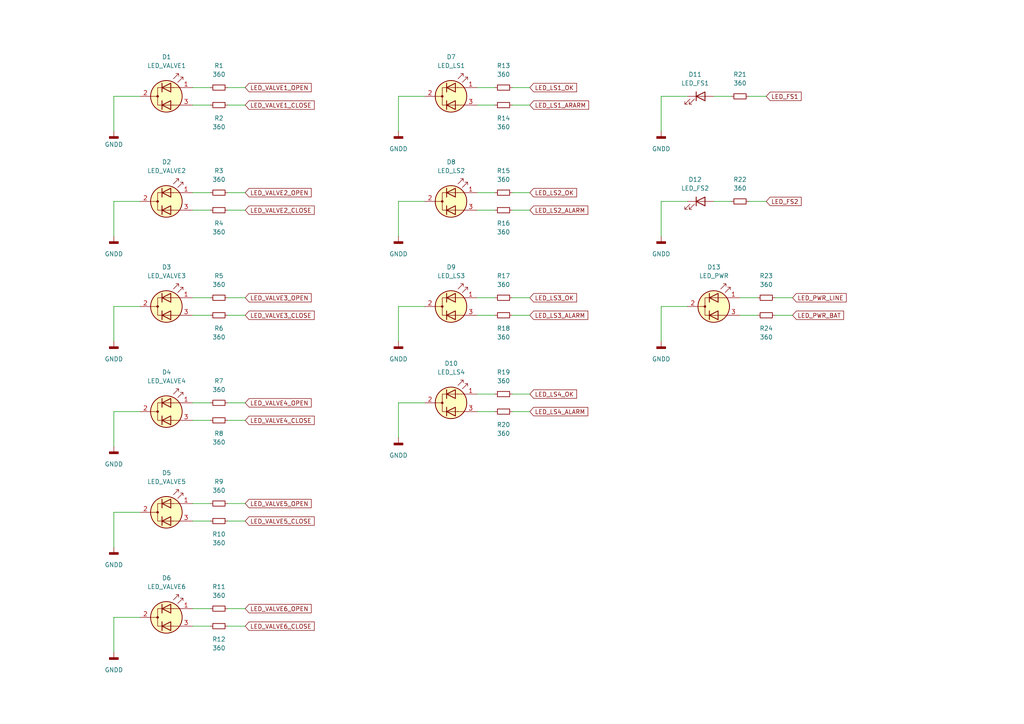
<source format=kicad_sch>
(kicad_sch
	(version 20250114)
	(generator "eeschema")
	(generator_version "9.0")
	(uuid "55cb8f53-6225-445e-b244-a91169d9aa53")
	(paper "A4")
	(lib_symbols
		(symbol "Device:LED"
			(pin_numbers
				(hide yes)
			)
			(pin_names
				(offset 1.016)
				(hide yes)
			)
			(exclude_from_sim no)
			(in_bom yes)
			(on_board yes)
			(property "Reference" "D"
				(at 0 2.54 0)
				(effects
					(font
						(size 1.27 1.27)
					)
				)
			)
			(property "Value" "LED"
				(at 0 -2.54 0)
				(effects
					(font
						(size 1.27 1.27)
					)
				)
			)
			(property "Footprint" ""
				(at 0 0 0)
				(effects
					(font
						(size 1.27 1.27)
					)
					(hide yes)
				)
			)
			(property "Datasheet" "~"
				(at 0 0 0)
				(effects
					(font
						(size 1.27 1.27)
					)
					(hide yes)
				)
			)
			(property "Description" "Light emitting diode"
				(at 0 0 0)
				(effects
					(font
						(size 1.27 1.27)
					)
					(hide yes)
				)
			)
			(property "Sim.Pins" "1=K 2=A"
				(at 0 0 0)
				(effects
					(font
						(size 1.27 1.27)
					)
					(hide yes)
				)
			)
			(property "ki_keywords" "LED diode"
				(at 0 0 0)
				(effects
					(font
						(size 1.27 1.27)
					)
					(hide yes)
				)
			)
			(property "ki_fp_filters" "LED* LED_SMD:* LED_THT:*"
				(at 0 0 0)
				(effects
					(font
						(size 1.27 1.27)
					)
					(hide yes)
				)
			)
			(symbol "LED_0_1"
				(polyline
					(pts
						(xy -3.048 -0.762) (xy -4.572 -2.286) (xy -3.81 -2.286) (xy -4.572 -2.286) (xy -4.572 -1.524)
					)
					(stroke
						(width 0)
						(type default)
					)
					(fill
						(type none)
					)
				)
				(polyline
					(pts
						(xy -1.778 -0.762) (xy -3.302 -2.286) (xy -2.54 -2.286) (xy -3.302 -2.286) (xy -3.302 -1.524)
					)
					(stroke
						(width 0)
						(type default)
					)
					(fill
						(type none)
					)
				)
				(polyline
					(pts
						(xy -1.27 0) (xy 1.27 0)
					)
					(stroke
						(width 0)
						(type default)
					)
					(fill
						(type none)
					)
				)
				(polyline
					(pts
						(xy -1.27 -1.27) (xy -1.27 1.27)
					)
					(stroke
						(width 0.254)
						(type default)
					)
					(fill
						(type none)
					)
				)
				(polyline
					(pts
						(xy 1.27 -1.27) (xy 1.27 1.27) (xy -1.27 0) (xy 1.27 -1.27)
					)
					(stroke
						(width 0.254)
						(type default)
					)
					(fill
						(type none)
					)
				)
			)
			(symbol "LED_1_1"
				(pin passive line
					(at -3.81 0 0)
					(length 2.54)
					(name "K"
						(effects
							(font
								(size 1.27 1.27)
							)
						)
					)
					(number "1"
						(effects
							(font
								(size 1.27 1.27)
							)
						)
					)
				)
				(pin passive line
					(at 3.81 0 180)
					(length 2.54)
					(name "A"
						(effects
							(font
								(size 1.27 1.27)
							)
						)
					)
					(number "2"
						(effects
							(font
								(size 1.27 1.27)
							)
						)
					)
				)
			)
			(embedded_fonts no)
		)
		(symbol "Device:LED_Dual_AKA"
			(pin_names
				(offset 0)
				(hide yes)
			)
			(exclude_from_sim no)
			(in_bom yes)
			(on_board yes)
			(property "Reference" "D"
				(at 0 5.715 0)
				(effects
					(font
						(size 1.27 1.27)
					)
				)
			)
			(property "Value" "LED_Dual_AKA"
				(at 0 -6.35 0)
				(effects
					(font
						(size 1.27 1.27)
					)
				)
			)
			(property "Footprint" ""
				(at 0 0 0)
				(effects
					(font
						(size 1.27 1.27)
					)
					(hide yes)
				)
			)
			(property "Datasheet" "~"
				(at 0 0 0)
				(effects
					(font
						(size 1.27 1.27)
					)
					(hide yes)
				)
			)
			(property "Description" "Dual LED, common cathode on pin 2"
				(at 0 0 0)
				(effects
					(font
						(size 1.27 1.27)
					)
					(hide yes)
				)
			)
			(property "ki_keywords" "LED diode bicolor dual"
				(at 0 0 0)
				(effects
					(font
						(size 1.27 1.27)
					)
					(hide yes)
				)
			)
			(property "ki_fp_filters" "LED* LED_SMD:* LED_THT:*"
				(at 0 0 0)
				(effects
					(font
						(size 1.27 1.27)
					)
					(hide yes)
				)
			)
			(symbol "LED_Dual_AKA_0_1"
				(polyline
					(pts
						(xy -4.572 0) (xy -2.54 0)
					)
					(stroke
						(width 0)
						(type default)
					)
					(fill
						(type none)
					)
				)
				(circle
					(center -2.54 0)
					(radius 0.2794)
					(stroke
						(width 0)
						(type default)
					)
					(fill
						(type outline)
					)
				)
				(polyline
					(pts
						(xy -1.27 1.27) (xy -1.27 3.81)
					)
					(stroke
						(width 0.254)
						(type default)
					)
					(fill
						(type none)
					)
				)
				(polyline
					(pts
						(xy -1.27 -1.27) (xy -1.27 -3.81)
					)
					(stroke
						(width 0.254)
						(type default)
					)
					(fill
						(type none)
					)
				)
				(circle
					(center 0 0)
					(radius 4.572)
					(stroke
						(width 0.254)
						(type default)
					)
					(fill
						(type background)
					)
				)
				(polyline
					(pts
						(xy 1.27 1.27) (xy 1.27 3.81) (xy -1.27 2.54) (xy 1.27 1.27)
					)
					(stroke
						(width 0.254)
						(type default)
					)
					(fill
						(type none)
					)
				)
				(polyline
					(pts
						(xy 1.27 -3.81) (xy 1.27 -1.27) (xy -1.27 -2.54) (xy 1.27 -3.81)
					)
					(stroke
						(width 0.254)
						(type default)
					)
					(fill
						(type none)
					)
				)
				(polyline
					(pts
						(xy 2.032 5.08) (xy 3.556 6.604) (xy 2.794 6.604) (xy 3.556 6.604) (xy 3.556 5.842)
					)
					(stroke
						(width 0)
						(type default)
					)
					(fill
						(type none)
					)
				)
				(polyline
					(pts
						(xy 2.032 2.54) (xy -2.54 2.54) (xy -2.54 -2.54) (xy 2.032 -2.54)
					)
					(stroke
						(width 0)
						(type default)
					)
					(fill
						(type none)
					)
				)
				(polyline
					(pts
						(xy 3.302 4.064) (xy 4.826 5.588) (xy 4.064 5.588) (xy 4.826 5.588) (xy 4.826 4.826)
					)
					(stroke
						(width 0)
						(type default)
					)
					(fill
						(type none)
					)
				)
				(polyline
					(pts
						(xy 3.81 2.54) (xy 1.905 2.54)
					)
					(stroke
						(width 0)
						(type default)
					)
					(fill
						(type none)
					)
				)
				(polyline
					(pts
						(xy 3.81 -2.54) (xy 1.905 -2.54)
					)
					(stroke
						(width 0)
						(type default)
					)
					(fill
						(type none)
					)
				)
			)
			(symbol "LED_Dual_AKA_1_1"
				(pin input line
					(at -7.62 0 0)
					(length 3.048)
					(name "K"
						(effects
							(font
								(size 1.27 1.27)
							)
						)
					)
					(number "2"
						(effects
							(font
								(size 1.27 1.27)
							)
						)
					)
				)
				(pin input line
					(at 7.62 2.54 180)
					(length 3.81)
					(name "A1"
						(effects
							(font
								(size 1.27 1.27)
							)
						)
					)
					(number "1"
						(effects
							(font
								(size 1.27 1.27)
							)
						)
					)
				)
				(pin input line
					(at 7.62 -2.54 180)
					(length 3.81)
					(name "A2"
						(effects
							(font
								(size 1.27 1.27)
							)
						)
					)
					(number "3"
						(effects
							(font
								(size 1.27 1.27)
							)
						)
					)
				)
			)
			(embedded_fonts no)
		)
		(symbol "Device:R_Small"
			(pin_numbers
				(hide yes)
			)
			(pin_names
				(offset 0.254)
				(hide yes)
			)
			(exclude_from_sim no)
			(in_bom yes)
			(on_board yes)
			(property "Reference" "R"
				(at 0 0 90)
				(effects
					(font
						(size 1.016 1.016)
					)
				)
			)
			(property "Value" "R_Small"
				(at 1.778 0 90)
				(effects
					(font
						(size 1.27 1.27)
					)
				)
			)
			(property "Footprint" ""
				(at 0 0 0)
				(effects
					(font
						(size 1.27 1.27)
					)
					(hide yes)
				)
			)
			(property "Datasheet" "~"
				(at 0 0 0)
				(effects
					(font
						(size 1.27 1.27)
					)
					(hide yes)
				)
			)
			(property "Description" "Resistor, small symbol"
				(at 0 0 0)
				(effects
					(font
						(size 1.27 1.27)
					)
					(hide yes)
				)
			)
			(property "ki_keywords" "R resistor"
				(at 0 0 0)
				(effects
					(font
						(size 1.27 1.27)
					)
					(hide yes)
				)
			)
			(property "ki_fp_filters" "R_*"
				(at 0 0 0)
				(effects
					(font
						(size 1.27 1.27)
					)
					(hide yes)
				)
			)
			(symbol "R_Small_0_1"
				(rectangle
					(start -0.762 1.778)
					(end 0.762 -1.778)
					(stroke
						(width 0.2032)
						(type default)
					)
					(fill
						(type none)
					)
				)
			)
			(symbol "R_Small_1_1"
				(pin passive line
					(at 0 2.54 270)
					(length 0.762)
					(name "~"
						(effects
							(font
								(size 1.27 1.27)
							)
						)
					)
					(number "1"
						(effects
							(font
								(size 1.27 1.27)
							)
						)
					)
				)
				(pin passive line
					(at 0 -2.54 90)
					(length 0.762)
					(name "~"
						(effects
							(font
								(size 1.27 1.27)
							)
						)
					)
					(number "2"
						(effects
							(font
								(size 1.27 1.27)
							)
						)
					)
				)
			)
			(embedded_fonts no)
		)
		(symbol "power:GNDD"
			(power)
			(pin_numbers
				(hide yes)
			)
			(pin_names
				(offset 0)
				(hide yes)
			)
			(exclude_from_sim no)
			(in_bom yes)
			(on_board yes)
			(property "Reference" "#PWR"
				(at 0 -6.35 0)
				(effects
					(font
						(size 1.27 1.27)
					)
					(hide yes)
				)
			)
			(property "Value" "GNDD"
				(at 0 -3.175 0)
				(effects
					(font
						(size 1.27 1.27)
					)
				)
			)
			(property "Footprint" ""
				(at 0 0 0)
				(effects
					(font
						(size 1.27 1.27)
					)
					(hide yes)
				)
			)
			(property "Datasheet" ""
				(at 0 0 0)
				(effects
					(font
						(size 1.27 1.27)
					)
					(hide yes)
				)
			)
			(property "Description" "Power symbol creates a global label with name \"GNDD\" , digital ground"
				(at 0 0 0)
				(effects
					(font
						(size 1.27 1.27)
					)
					(hide yes)
				)
			)
			(property "ki_keywords" "global power"
				(at 0 0 0)
				(effects
					(font
						(size 1.27 1.27)
					)
					(hide yes)
				)
			)
			(symbol "GNDD_0_1"
				(rectangle
					(start -1.27 -1.524)
					(end 1.27 -2.032)
					(stroke
						(width 0.254)
						(type default)
					)
					(fill
						(type outline)
					)
				)
				(polyline
					(pts
						(xy 0 0) (xy 0 -1.524)
					)
					(stroke
						(width 0)
						(type default)
					)
					(fill
						(type none)
					)
				)
			)
			(symbol "GNDD_1_1"
				(pin power_in line
					(at 0 0 270)
					(length 0)
					(name "~"
						(effects
							(font
								(size 1.27 1.27)
							)
						)
					)
					(number "1"
						(effects
							(font
								(size 1.27 1.27)
							)
						)
					)
				)
			)
			(embedded_fonts no)
		)
	)
	(wire
		(pts
			(xy 115.57 127) (xy 115.57 116.84)
		)
		(stroke
			(width 0)
			(type default)
		)
		(uuid "01e6cdb3-7161-46aa-9496-936b61d9f8e3")
	)
	(wire
		(pts
			(xy 138.43 60.96) (xy 143.51 60.96)
		)
		(stroke
			(width 0)
			(type default)
		)
		(uuid "01f35d1f-0989-4ad9-93b1-f46e38d25f70")
	)
	(wire
		(pts
			(xy 66.04 86.36) (xy 71.12 86.36)
		)
		(stroke
			(width 0)
			(type default)
		)
		(uuid "02f6c126-659d-4b2c-883c-ff06fd48929f")
	)
	(wire
		(pts
			(xy 66.04 30.48) (xy 71.12 30.48)
		)
		(stroke
			(width 0)
			(type default)
		)
		(uuid "02ffb09e-ecd9-44c9-b463-e742976c4031")
	)
	(wire
		(pts
			(xy 191.77 88.9) (xy 199.39 88.9)
		)
		(stroke
			(width 0)
			(type default)
		)
		(uuid "08f2df10-1ec4-478d-a4ae-d05aa8a511ab")
	)
	(wire
		(pts
			(xy 55.88 60.96) (xy 60.96 60.96)
		)
		(stroke
			(width 0)
			(type default)
		)
		(uuid "105f8dec-7d38-40ec-836d-14fe51a050a6")
	)
	(wire
		(pts
			(xy 66.04 25.4) (xy 71.12 25.4)
		)
		(stroke
			(width 0)
			(type default)
		)
		(uuid "13fa4ae6-c6d0-4c95-9dab-98c0834d9397")
	)
	(wire
		(pts
			(xy 115.57 58.42) (xy 123.19 58.42)
		)
		(stroke
			(width 0)
			(type default)
		)
		(uuid "17210b20-c2a1-49b8-8b9c-5f1ab37c4b26")
	)
	(wire
		(pts
			(xy 115.57 88.9) (xy 123.19 88.9)
		)
		(stroke
			(width 0)
			(type default)
		)
		(uuid "1947468f-824d-4440-9a56-9dee15c10420")
	)
	(wire
		(pts
			(xy 66.04 60.96) (xy 71.12 60.96)
		)
		(stroke
			(width 0)
			(type default)
		)
		(uuid "1cf7a81d-0d7b-4692-a40f-b14613a0701c")
	)
	(wire
		(pts
			(xy 66.04 121.92) (xy 71.12 121.92)
		)
		(stroke
			(width 0)
			(type default)
		)
		(uuid "252af732-3526-4e09-9bd8-ecbe8d3788de")
	)
	(wire
		(pts
			(xy 138.43 25.4) (xy 143.51 25.4)
		)
		(stroke
			(width 0)
			(type default)
		)
		(uuid "25746bdd-8f9c-4186-93bb-c73b74b9b8e8")
	)
	(wire
		(pts
			(xy 55.88 55.88) (xy 60.96 55.88)
		)
		(stroke
			(width 0)
			(type default)
		)
		(uuid "28df0a1d-902d-4e04-a5cb-5a785f372985")
	)
	(wire
		(pts
			(xy 33.02 158.75) (xy 33.02 148.59)
		)
		(stroke
			(width 0)
			(type default)
		)
		(uuid "2f324496-6ea7-427a-9832-f73ee533a43f")
	)
	(wire
		(pts
			(xy 115.57 99.06) (xy 115.57 88.9)
		)
		(stroke
			(width 0)
			(type default)
		)
		(uuid "3265756d-bd76-41e0-a062-1c9fd8870b55")
	)
	(wire
		(pts
			(xy 207.01 58.42) (xy 212.09 58.42)
		)
		(stroke
			(width 0)
			(type default)
		)
		(uuid "39158f9e-7850-42ec-a4b1-38a370ea61b1")
	)
	(wire
		(pts
			(xy 138.43 55.88) (xy 143.51 55.88)
		)
		(stroke
			(width 0)
			(type default)
		)
		(uuid "3cf16bc3-8efe-41a3-8961-17ee64845e59")
	)
	(wire
		(pts
			(xy 55.88 181.61) (xy 60.96 181.61)
		)
		(stroke
			(width 0)
			(type default)
		)
		(uuid "41cea055-cece-43a3-9bd4-0c9c798147c3")
	)
	(wire
		(pts
			(xy 148.59 114.3) (xy 153.67 114.3)
		)
		(stroke
			(width 0)
			(type default)
		)
		(uuid "46d51502-85bc-4074-94ab-982972438baa")
	)
	(wire
		(pts
			(xy 66.04 176.53) (xy 71.12 176.53)
		)
		(stroke
			(width 0)
			(type default)
		)
		(uuid "49ea1a37-9d06-46d6-a13f-fb7aaf22b634")
	)
	(wire
		(pts
			(xy 148.59 55.88) (xy 153.67 55.88)
		)
		(stroke
			(width 0)
			(type default)
		)
		(uuid "4bd84b5a-66c8-4201-ab60-ae7a031c5149")
	)
	(wire
		(pts
			(xy 33.02 58.42) (xy 40.64 58.42)
		)
		(stroke
			(width 0)
			(type default)
		)
		(uuid "4dd23da7-43b4-4e4d-a090-c01331d7912f")
	)
	(wire
		(pts
			(xy 191.77 27.94) (xy 199.39 27.94)
		)
		(stroke
			(width 0)
			(type default)
		)
		(uuid "58c04ad3-ca4d-424e-b243-fb9fcae24673")
	)
	(wire
		(pts
			(xy 115.57 68.58) (xy 115.57 58.42)
		)
		(stroke
			(width 0)
			(type default)
		)
		(uuid "594d4895-d34b-44e2-a670-e738a7d199ec")
	)
	(wire
		(pts
			(xy 55.88 146.05) (xy 60.96 146.05)
		)
		(stroke
			(width 0)
			(type default)
		)
		(uuid "64ffb98e-ef49-4c85-9a98-c436b27223ef")
	)
	(wire
		(pts
			(xy 55.88 91.44) (xy 60.96 91.44)
		)
		(stroke
			(width 0)
			(type default)
		)
		(uuid "65461535-6592-4b7f-9ce1-0597bbd64cbd")
	)
	(wire
		(pts
			(xy 217.17 58.42) (xy 222.25 58.42)
		)
		(stroke
			(width 0)
			(type default)
		)
		(uuid "661bfc2c-4b33-4b80-869c-0b524a188230")
	)
	(wire
		(pts
			(xy 115.57 116.84) (xy 123.19 116.84)
		)
		(stroke
			(width 0)
			(type default)
		)
		(uuid "662f306f-9076-44da-b886-0afbbefa047b")
	)
	(wire
		(pts
			(xy 33.02 148.59) (xy 40.64 148.59)
		)
		(stroke
			(width 0)
			(type default)
		)
		(uuid "6c29a401-e6e0-446a-b2bf-28b7d78f3f15")
	)
	(wire
		(pts
			(xy 55.88 30.48) (xy 60.96 30.48)
		)
		(stroke
			(width 0)
			(type default)
		)
		(uuid "7e65307a-29a8-47c5-9c6f-2614f7ebbed3")
	)
	(wire
		(pts
			(xy 138.43 86.36) (xy 143.51 86.36)
		)
		(stroke
			(width 0)
			(type default)
		)
		(uuid "7fc4dc14-193d-432f-9ec1-fbc18e4d5eb5")
	)
	(wire
		(pts
			(xy 214.63 91.44) (xy 219.71 91.44)
		)
		(stroke
			(width 0)
			(type default)
		)
		(uuid "837ea8f7-5764-4545-bd09-78b2ef468352")
	)
	(wire
		(pts
			(xy 33.02 119.38) (xy 40.64 119.38)
		)
		(stroke
			(width 0)
			(type default)
		)
		(uuid "85c8da67-a7d4-45c1-ad7c-02b42b76ef9e")
	)
	(wire
		(pts
			(xy 138.43 119.38) (xy 143.51 119.38)
		)
		(stroke
			(width 0)
			(type default)
		)
		(uuid "871b14b7-d089-4858-90ef-7618ff52f0c7")
	)
	(wire
		(pts
			(xy 66.04 151.13) (xy 71.12 151.13)
		)
		(stroke
			(width 0)
			(type default)
		)
		(uuid "8d8e8273-639d-463d-baf0-7be420af5866")
	)
	(wire
		(pts
			(xy 55.88 116.84) (xy 60.96 116.84)
		)
		(stroke
			(width 0)
			(type default)
		)
		(uuid "8dd2259c-43c3-4bd3-abb4-f8178b600d24")
	)
	(wire
		(pts
			(xy 148.59 119.38) (xy 153.67 119.38)
		)
		(stroke
			(width 0)
			(type default)
		)
		(uuid "8e2f00c9-972e-46e0-bae5-fdf915cfa95d")
	)
	(wire
		(pts
			(xy 33.02 179.07) (xy 40.64 179.07)
		)
		(stroke
			(width 0)
			(type default)
		)
		(uuid "92361955-ba6c-47d5-8085-788258b33137")
	)
	(wire
		(pts
			(xy 33.02 38.1) (xy 33.02 27.94)
		)
		(stroke
			(width 0)
			(type default)
		)
		(uuid "93937384-e008-4e1c-89a9-111b21e83633")
	)
	(wire
		(pts
			(xy 33.02 27.94) (xy 40.64 27.94)
		)
		(stroke
			(width 0)
			(type default)
		)
		(uuid "97611e00-8d8a-4a37-b1d2-a6a03cf8e619")
	)
	(wire
		(pts
			(xy 138.43 30.48) (xy 143.51 30.48)
		)
		(stroke
			(width 0)
			(type default)
		)
		(uuid "9770a75e-8f09-4069-9dff-d2f9f66e14e1")
	)
	(wire
		(pts
			(xy 207.01 27.94) (xy 212.09 27.94)
		)
		(stroke
			(width 0)
			(type default)
		)
		(uuid "98d2c32f-d4d6-41b0-b2ce-6251fb6c1c71")
	)
	(wire
		(pts
			(xy 148.59 91.44) (xy 153.67 91.44)
		)
		(stroke
			(width 0)
			(type default)
		)
		(uuid "9deb5513-e726-46a6-a3d9-cb95c237ec87")
	)
	(wire
		(pts
			(xy 33.02 99.06) (xy 33.02 88.9)
		)
		(stroke
			(width 0)
			(type default)
		)
		(uuid "a0c931c6-bcf4-4114-9f2f-a8e6282b0532")
	)
	(wire
		(pts
			(xy 55.88 121.92) (xy 60.96 121.92)
		)
		(stroke
			(width 0)
			(type default)
		)
		(uuid "a746552c-795a-4a15-99eb-f3567934a8d6")
	)
	(wire
		(pts
			(xy 115.57 38.1) (xy 115.57 27.94)
		)
		(stroke
			(width 0)
			(type default)
		)
		(uuid "ab4e12d8-0c4a-4d43-ad24-5dbc5504cfd0")
	)
	(wire
		(pts
			(xy 217.17 27.94) (xy 222.25 27.94)
		)
		(stroke
			(width 0)
			(type default)
		)
		(uuid "b1153229-aedc-4c13-9ed7-f742e33f7ab7")
	)
	(wire
		(pts
			(xy 66.04 116.84) (xy 71.12 116.84)
		)
		(stroke
			(width 0)
			(type default)
		)
		(uuid "b23fc8eb-4656-474a-98f7-4458d10ab2bf")
	)
	(wire
		(pts
			(xy 33.02 189.23) (xy 33.02 179.07)
		)
		(stroke
			(width 0)
			(type default)
		)
		(uuid "b9c86228-1099-4f67-97da-5ce91d5c9087")
	)
	(wire
		(pts
			(xy 66.04 91.44) (xy 71.12 91.44)
		)
		(stroke
			(width 0)
			(type default)
		)
		(uuid "ba264259-6059-4ccd-8787-c64abed77333")
	)
	(wire
		(pts
			(xy 138.43 91.44) (xy 143.51 91.44)
		)
		(stroke
			(width 0)
			(type default)
		)
		(uuid "c1ecae50-67e3-4286-974f-ad9a88371dbb")
	)
	(wire
		(pts
			(xy 66.04 146.05) (xy 71.12 146.05)
		)
		(stroke
			(width 0)
			(type default)
		)
		(uuid "c2da4d57-c4d6-429f-8dc5-e37984d662c8")
	)
	(wire
		(pts
			(xy 224.79 86.36) (xy 229.87 86.36)
		)
		(stroke
			(width 0)
			(type default)
		)
		(uuid "c6a1c65a-87e5-485f-8561-249521f200c2")
	)
	(wire
		(pts
			(xy 148.59 30.48) (xy 153.67 30.48)
		)
		(stroke
			(width 0)
			(type default)
		)
		(uuid "c88de89d-ab13-4ce9-9f99-bf87b866d325")
	)
	(wire
		(pts
			(xy 33.02 68.58) (xy 33.02 58.42)
		)
		(stroke
			(width 0)
			(type default)
		)
		(uuid "c9d00ffb-7ea1-4a0a-ba30-ddaf58a3480a")
	)
	(wire
		(pts
			(xy 55.88 176.53) (xy 60.96 176.53)
		)
		(stroke
			(width 0)
			(type default)
		)
		(uuid "cd7c9833-8262-43c1-943d-72fe433a14fa")
	)
	(wire
		(pts
			(xy 191.77 99.06) (xy 191.77 88.9)
		)
		(stroke
			(width 0)
			(type default)
		)
		(uuid "cdd9577b-7c52-4e51-b05a-62248c1259c3")
	)
	(wire
		(pts
			(xy 55.88 151.13) (xy 60.96 151.13)
		)
		(stroke
			(width 0)
			(type default)
		)
		(uuid "ce1852dd-3b67-4ea5-b231-3b3291c306a2")
	)
	(wire
		(pts
			(xy 191.77 58.42) (xy 199.39 58.42)
		)
		(stroke
			(width 0)
			(type default)
		)
		(uuid "ce7c5cdb-1280-4314-99bf-fa997af2dcaa")
	)
	(wire
		(pts
			(xy 55.88 25.4) (xy 60.96 25.4)
		)
		(stroke
			(width 0)
			(type default)
		)
		(uuid "d3b3d581-a2c8-4351-a1d5-62d0bd5bf39f")
	)
	(wire
		(pts
			(xy 66.04 55.88) (xy 71.12 55.88)
		)
		(stroke
			(width 0)
			(type default)
		)
		(uuid "d4479754-41aa-4d78-a259-5236836309fe")
	)
	(wire
		(pts
			(xy 115.57 27.94) (xy 123.19 27.94)
		)
		(stroke
			(width 0)
			(type default)
		)
		(uuid "d56f8faf-32c6-4b66-9f17-a6c40f048164")
	)
	(wire
		(pts
			(xy 214.63 86.36) (xy 219.71 86.36)
		)
		(stroke
			(width 0)
			(type default)
		)
		(uuid "d5fbb4b9-a8e6-4290-80c9-0feab8b2ae03")
	)
	(wire
		(pts
			(xy 224.79 91.44) (xy 229.87 91.44)
		)
		(stroke
			(width 0)
			(type default)
		)
		(uuid "d9637321-240e-4385-94e2-51956936b64c")
	)
	(wire
		(pts
			(xy 33.02 129.54) (xy 33.02 119.38)
		)
		(stroke
			(width 0)
			(type default)
		)
		(uuid "e08feb9f-5370-47ed-a651-ac8cfc93de21")
	)
	(wire
		(pts
			(xy 191.77 68.58) (xy 191.77 58.42)
		)
		(stroke
			(width 0)
			(type default)
		)
		(uuid "e27233b8-b319-4009-a825-0bec93079055")
	)
	(wire
		(pts
			(xy 191.77 38.1) (xy 191.77 27.94)
		)
		(stroke
			(width 0)
			(type default)
		)
		(uuid "e58144f3-7dcd-4938-a7f7-49ff801c65b2")
	)
	(wire
		(pts
			(xy 138.43 114.3) (xy 143.51 114.3)
		)
		(stroke
			(width 0)
			(type default)
		)
		(uuid "e9df0200-4236-4834-a25d-094a0415ba8f")
	)
	(wire
		(pts
			(xy 148.59 60.96) (xy 153.67 60.96)
		)
		(stroke
			(width 0)
			(type default)
		)
		(uuid "ec7af4b2-e316-41e7-bf55-a61bd0ccef72")
	)
	(wire
		(pts
			(xy 148.59 86.36) (xy 153.67 86.36)
		)
		(stroke
			(width 0)
			(type default)
		)
		(uuid "f3b9e9d1-d498-4ea9-a433-3ef104139cca")
	)
	(wire
		(pts
			(xy 55.88 86.36) (xy 60.96 86.36)
		)
		(stroke
			(width 0)
			(type default)
		)
		(uuid "f4807ceb-a2db-4ec0-8df7-1b63a5a05efd")
	)
	(wire
		(pts
			(xy 148.59 25.4) (xy 153.67 25.4)
		)
		(stroke
			(width 0)
			(type default)
		)
		(uuid "f5d758c0-3de7-4bb9-8b2b-7d264723dfdd")
	)
	(wire
		(pts
			(xy 66.04 181.61) (xy 71.12 181.61)
		)
		(stroke
			(width 0)
			(type default)
		)
		(uuid "f82ca2fe-6d33-4b72-a5c5-bf3f5903c59c")
	)
	(wire
		(pts
			(xy 33.02 88.9) (xy 40.64 88.9)
		)
		(stroke
			(width 0)
			(type default)
		)
		(uuid "f95c6e1f-0566-40f5-a898-974f1056a029")
	)
	(global_label "LED_VALVE3_CLOSE"
		(shape input)
		(at 71.12 91.44 0)
		(fields_autoplaced yes)
		(effects
			(font
				(size 1.2446 1.2446)
			)
			(justify left)
		)
		(uuid "0280ec9b-c492-4e3f-81c5-220b9a9382ee")
		(property "Intersheetrefs" "${INTERSHEET_REFS}"
			(at 91.1463 91.3622 0)
			(effects
				(font
					(size 1.2446 1.2446)
				)
				(justify left)
				(hide yes)
			)
		)
	)
	(global_label "LED_VALVE2_OPEN"
		(shape input)
		(at 71.12 55.88 0)
		(fields_autoplaced yes)
		(effects
			(font
				(size 1.2446 1.2446)
			)
			(justify left)
		)
		(uuid "252a0daf-9d34-4a40-9f82-58cd57ee3ca9")
		(property "Intersheetrefs" "${INTERSHEET_REFS}"
			(at 90.2573 55.8022 0)
			(effects
				(font
					(size 1.2446 1.2446)
				)
				(justify left)
				(hide yes)
			)
		)
	)
	(global_label "LED_LS1_OK"
		(shape input)
		(at 153.67 25.4 0)
		(fields_autoplaced yes)
		(effects
			(font
				(size 1.2446 1.2446)
			)
			(justify left)
		)
		(uuid "2f1370f6-61c2-43ab-860b-36072380935f")
		(property "Intersheetrefs" "${INTERSHEET_REFS}"
			(at 167.2362 25.3222 0)
			(effects
				(font
					(size 1.2446 1.2446)
				)
				(justify left)
				(hide yes)
			)
		)
	)
	(global_label "LED_LS4_ALARM"
		(shape input)
		(at 153.67 119.38 0)
		(fields_autoplaced yes)
		(effects
			(font
				(size 1.2446 1.2446)
			)
			(justify left)
		)
		(uuid "3c3a7fab-f987-422f-9ab8-d5590a20fa56")
		(property "Intersheetrefs" "${INTERSHEET_REFS}"
			(at 170.4959 119.3022 0)
			(effects
				(font
					(size 1.2446 1.2446)
				)
				(justify left)
				(hide yes)
			)
		)
	)
	(global_label "LED_VALVE1_OPEN"
		(shape input)
		(at 71.12 25.4 0)
		(fields_autoplaced yes)
		(effects
			(font
				(size 1.2446 1.2446)
			)
			(justify left)
		)
		(uuid "4bc9be44-c948-4fea-8b30-3ec905c1d013")
		(property "Intersheetrefs" "${INTERSHEET_REFS}"
			(at 90.2573 25.3222 0)
			(effects
				(font
					(size 1.2446 1.2446)
				)
				(justify left)
				(hide yes)
			)
		)
	)
	(global_label "LED_VALVE4_CLOSE"
		(shape input)
		(at 71.12 121.92 0)
		(fields_autoplaced yes)
		(effects
			(font
				(size 1.2446 1.2446)
			)
			(justify left)
		)
		(uuid "4c5848c6-65d2-4830-8fd1-2d4cbe2e4c51")
		(property "Intersheetrefs" "${INTERSHEET_REFS}"
			(at 91.1463 121.8422 0)
			(effects
				(font
					(size 1.2446 1.2446)
				)
				(justify left)
				(hide yes)
			)
		)
	)
	(global_label "LED_VALVE5_CLOSE"
		(shape input)
		(at 71.12 151.13 0)
		(fields_autoplaced yes)
		(effects
			(font
				(size 1.2446 1.2446)
			)
			(justify left)
		)
		(uuid "6fa6efab-68de-41cf-8708-ec6ca587fe28")
		(property "Intersheetrefs" "${INTERSHEET_REFS}"
			(at 91.1463 151.0522 0)
			(effects
				(font
					(size 1.2446 1.2446)
				)
				(justify left)
				(hide yes)
			)
		)
	)
	(global_label "LED_LS2_OK"
		(shape input)
		(at 153.67 55.88 0)
		(fields_autoplaced yes)
		(effects
			(font
				(size 1.2446 1.2446)
			)
			(justify left)
		)
		(uuid "6fc0242b-03c1-47b5-8e0b-ba7c21f4dd8b")
		(property "Intersheetrefs" "${INTERSHEET_REFS}"
			(at 167.2362 55.8022 0)
			(effects
				(font
					(size 1.2446 1.2446)
				)
				(justify left)
				(hide yes)
			)
		)
	)
	(global_label "LED_LS4_OK"
		(shape input)
		(at 153.67 114.3 0)
		(fields_autoplaced yes)
		(effects
			(font
				(size 1.2446 1.2446)
			)
			(justify left)
		)
		(uuid "7f2f6372-7597-4dde-ba73-c4327f3e2b26")
		(property "Intersheetrefs" "${INTERSHEET_REFS}"
			(at 167.2362 114.2222 0)
			(effects
				(font
					(size 1.2446 1.2446)
				)
				(justify left)
				(hide yes)
			)
		)
	)
	(global_label "LED_PWR_BAT"
		(shape input)
		(at 229.87 91.44 0)
		(fields_autoplaced yes)
		(effects
			(font
				(size 1.2446 1.2446)
			)
			(justify left)
		)
		(uuid "7f6e3877-a262-4023-8095-9d8755dcfef4")
		(property "Intersheetrefs" "${INTERSHEET_REFS}"
			(at -19.05 -50.8 0)
			(effects
				(font
					(size 1.27 1.27)
				)
				(hide yes)
			)
		)
	)
	(global_label "LED_PWR_LINE"
		(shape input)
		(at 229.87 86.36 0)
		(fields_autoplaced yes)
		(effects
			(font
				(size 1.2446 1.2446)
			)
			(justify left)
		)
		(uuid "878b81fb-4a2c-4f5a-a5f1-f67728f3ca72")
		(property "Intersheetrefs" "${INTERSHEET_REFS}"
			(at -19.05 -60.96 0)
			(effects
				(font
					(size 1.27 1.27)
				)
				(hide yes)
			)
		)
	)
	(global_label "LED_VALVE3_OPEN"
		(shape input)
		(at 71.12 86.36 0)
		(fields_autoplaced yes)
		(effects
			(font
				(size 1.2446 1.2446)
			)
			(justify left)
		)
		(uuid "8c367178-377a-40d7-881a-813ad3551822")
		(property "Intersheetrefs" "${INTERSHEET_REFS}"
			(at 90.2573 86.2822 0)
			(effects
				(font
					(size 1.2446 1.2446)
				)
				(justify left)
				(hide yes)
			)
		)
	)
	(global_label "LED_VALVE4_OPEN"
		(shape input)
		(at 71.12 116.84 0)
		(fields_autoplaced yes)
		(effects
			(font
				(size 1.2446 1.2446)
			)
			(justify left)
		)
		(uuid "8e4f4dd2-1b0f-4841-9d6c-8a21f53f6166")
		(property "Intersheetrefs" "${INTERSHEET_REFS}"
			(at 90.2573 116.7622 0)
			(effects
				(font
					(size 1.2446 1.2446)
				)
				(justify left)
				(hide yes)
			)
		)
	)
	(global_label "LED_LS2_ALARM"
		(shape input)
		(at 153.67 60.96 0)
		(fields_autoplaced yes)
		(effects
			(font
				(size 1.2446 1.2446)
			)
			(justify left)
		)
		(uuid "96079cfb-abbc-4071-b94c-419198c570fb")
		(property "Intersheetrefs" "${INTERSHEET_REFS}"
			(at 170.4959 60.8822 0)
			(effects
				(font
					(size 1.2446 1.2446)
				)
				(justify left)
				(hide yes)
			)
		)
	)
	(global_label "LED_VALVE6_CLOSE"
		(shape input)
		(at 71.12 181.61 0)
		(fields_autoplaced yes)
		(effects
			(font
				(size 1.2446 1.2446)
			)
			(justify left)
		)
		(uuid "98763f32-54e6-4d58-a60a-c38bacb2baf5")
		(property "Intersheetrefs" "${INTERSHEET_REFS}"
			(at 91.1463 181.5322 0)
			(effects
				(font
					(size 1.2446 1.2446)
				)
				(justify left)
				(hide yes)
			)
		)
	)
	(global_label "LED_VALVE5_OPEN"
		(shape input)
		(at 71.12 146.05 0)
		(fields_autoplaced yes)
		(effects
			(font
				(size 1.2446 1.2446)
			)
			(justify left)
		)
		(uuid "ab04f789-e74d-49bb-ab54-5dbc7cc4d680")
		(property "Intersheetrefs" "${INTERSHEET_REFS}"
			(at 90.2573 145.9722 0)
			(effects
				(font
					(size 1.2446 1.2446)
				)
				(justify left)
				(hide yes)
			)
		)
	)
	(global_label "LED_FS2"
		(shape input)
		(at 222.25 58.42 0)
		(fields_autoplaced yes)
		(effects
			(font
				(size 1.2446 1.2446)
			)
			(justify left)
		)
		(uuid "b532d1ee-5e7e-4993-94c6-0e37a2203378")
		(property "Intersheetrefs" "${INTERSHEET_REFS}"
			(at 232.3787 58.3422 0)
			(effects
				(font
					(size 1.2446 1.2446)
				)
				(justify left)
				(hide yes)
			)
		)
	)
	(global_label "LED_VALVE6_OPEN"
		(shape input)
		(at 71.12 176.53 0)
		(fields_autoplaced yes)
		(effects
			(font
				(size 1.2446 1.2446)
			)
			(justify left)
		)
		(uuid "c7450745-904f-43dd-954f-23715c8579ab")
		(property "Intersheetrefs" "${INTERSHEET_REFS}"
			(at 90.2573 176.4522 0)
			(effects
				(font
					(size 1.2446 1.2446)
				)
				(justify left)
				(hide yes)
			)
		)
	)
	(global_label "LED_VALVE2_CLOSE"
		(shape input)
		(at 71.12 60.96 0)
		(fields_autoplaced yes)
		(effects
			(font
				(size 1.2446 1.2446)
			)
			(justify left)
		)
		(uuid "dd86965a-41a1-4690-a165-fef937fe8323")
		(property "Intersheetrefs" "${INTERSHEET_REFS}"
			(at 91.1463 60.8822 0)
			(effects
				(font
					(size 1.2446 1.2446)
				)
				(justify left)
				(hide yes)
			)
		)
	)
	(global_label "LED_VALVE1_CLOSE"
		(shape input)
		(at 71.12 30.48 0)
		(fields_autoplaced yes)
		(effects
			(font
				(size 1.2446 1.2446)
			)
			(justify left)
		)
		(uuid "e348bab4-7a9d-43a2-ac2d-beebe359a32a")
		(property "Intersheetrefs" "${INTERSHEET_REFS}"
			(at 91.1463 30.4022 0)
			(effects
				(font
					(size 1.2446 1.2446)
				)
				(justify left)
				(hide yes)
			)
		)
	)
	(global_label "LED_LS3_OK"
		(shape input)
		(at 153.67 86.36 0)
		(fields_autoplaced yes)
		(effects
			(font
				(size 1.2446 1.2446)
			)
			(justify left)
		)
		(uuid "ee2d21c6-36ab-423c-a59c-a2fb03bac5b0")
		(property "Intersheetrefs" "${INTERSHEET_REFS}"
			(at 167.2362 86.2822 0)
			(effects
				(font
					(size 1.2446 1.2446)
				)
				(justify left)
				(hide yes)
			)
		)
	)
	(global_label "LED_FS1"
		(shape input)
		(at 222.25 27.94 0)
		(fields_autoplaced yes)
		(effects
			(font
				(size 1.2446 1.2446)
			)
			(justify left)
		)
		(uuid "ee7e76a0-c738-4af4-a94b-38fca232c46e")
		(property "Intersheetrefs" "${INTERSHEET_REFS}"
			(at 232.3787 27.8622 0)
			(effects
				(font
					(size 1.2446 1.2446)
				)
				(justify left)
				(hide yes)
			)
		)
	)
	(global_label "LED_LS1_ARARM"
		(shape input)
		(at 153.67 30.48 0)
		(fields_autoplaced yes)
		(effects
			(font
				(size 1.2446 1.2446)
			)
			(justify left)
		)
		(uuid "f524c49e-a8b6-46d3-81c1-f350d47e312c")
		(property "Intersheetrefs" "${INTERSHEET_REFS}"
			(at 170.7329 30.4022 0)
			(effects
				(font
					(size 1.2446 1.2446)
				)
				(justify left)
				(hide yes)
			)
		)
	)
	(global_label "LED_LS3_ALARM"
		(shape input)
		(at 153.67 91.44 0)
		(fields_autoplaced yes)
		(effects
			(font
				(size 1.2446 1.2446)
			)
			(justify left)
		)
		(uuid "fac7e43e-a873-4eda-99de-580ef4832924")
		(property "Intersheetrefs" "${INTERSHEET_REFS}"
			(at 170.4959 91.3622 0)
			(effects
				(font
					(size 1.2446 1.2446)
				)
				(justify left)
				(hide yes)
			)
		)
	)
	(symbol
		(lib_id "Device:R_Small")
		(at 146.05 119.38 90)
		(unit 1)
		(exclude_from_sim no)
		(in_bom yes)
		(on_board yes)
		(dnp no)
		(fields_autoplaced yes)
		(uuid "03c066b8-6295-4823-87a5-ca75429dce2e")
		(property "Reference" "R20"
			(at 146.05 123.19 90)
			(effects
				(font
					(size 1.27 1.27)
				)
			)
		)
		(property "Value" "360"
			(at 146.05 125.73 90)
			(effects
				(font
					(size 1.27 1.27)
				)
			)
		)
		(property "Footprint" "Resistor_SMD:R_0805_2012Metric"
			(at 146.05 119.38 0)
			(effects
				(font
					(size 1.27 1.27)
				)
				(hide yes)
			)
		)
		(property "Datasheet" "~"
			(at 146.05 119.38 0)
			(effects
				(font
					(size 1.27 1.27)
				)
				(hide yes)
			)
		)
		(property "Description" "Resistor, small symbol"
			(at 146.05 119.38 0)
			(effects
				(font
					(size 1.27 1.27)
				)
				(hide yes)
			)
		)
		(pin "1"
			(uuid "a2d16f4a-7719-491b-af0a-e125b141f962")
		)
		(pin "2"
			(uuid "f6fae73f-cede-4cf6-887c-5dfa1b669167")
		)
		(instances
			(project ""
				(path "/679cfdcb-a9ce-49f0-a1cd-1c31c6cbb73b/dc6799e6-5156-407f-892b-a264a1639adc"
					(reference "R20")
					(unit 1)
				)
			)
		)
	)
	(symbol
		(lib_id "Device:R_Small")
		(at 146.05 86.36 90)
		(unit 1)
		(exclude_from_sim no)
		(in_bom yes)
		(on_board yes)
		(dnp no)
		(fields_autoplaced yes)
		(uuid "09812d75-35f1-486b-88d6-84440b8bea48")
		(property "Reference" "R17"
			(at 146.05 80.01 90)
			(effects
				(font
					(size 1.27 1.27)
				)
			)
		)
		(property "Value" "360"
			(at 146.05 82.55 90)
			(effects
				(font
					(size 1.27 1.27)
				)
			)
		)
		(property "Footprint" "Resistor_SMD:R_0805_2012Metric"
			(at 146.05 86.36 0)
			(effects
				(font
					(size 1.27 1.27)
				)
				(hide yes)
			)
		)
		(property "Datasheet" "~"
			(at 146.05 86.36 0)
			(effects
				(font
					(size 1.27 1.27)
				)
				(hide yes)
			)
		)
		(property "Description" "Resistor, small symbol"
			(at 146.05 86.36 0)
			(effects
				(font
					(size 1.27 1.27)
				)
				(hide yes)
			)
		)
		(pin "1"
			(uuid "5920914a-e6b1-462c-a068-8f258b81ba37")
		)
		(pin "2"
			(uuid "fc4202a0-7822-4c2c-840e-47da8b7b3895")
		)
		(instances
			(project ""
				(path "/679cfdcb-a9ce-49f0-a1cd-1c31c6cbb73b/dc6799e6-5156-407f-892b-a264a1639adc"
					(reference "R17")
					(unit 1)
				)
			)
		)
	)
	(symbol
		(lib_id "power:GNDD")
		(at 33.02 38.1 0)
		(unit 1)
		(exclude_from_sim no)
		(in_bom yes)
		(on_board yes)
		(dnp no)
		(fields_autoplaced yes)
		(uuid "0d4df3f1-ddaf-4dc7-a621-c31cba378587")
		(property "Reference" "#PWR01"
			(at 33.02 44.45 0)
			(effects
				(font
					(size 1.27 1.27)
				)
				(hide yes)
			)
		)
		(property "Value" "GNDD"
			(at 33.02 41.91 0)
			(effects
				(font
					(size 1.27 1.27)
				)
			)
		)
		(property "Footprint" ""
			(at 33.02 38.1 0)
			(effects
				(font
					(size 1.27 1.27)
				)
				(hide yes)
			)
		)
		(property "Datasheet" ""
			(at 33.02 38.1 0)
			(effects
				(font
					(size 1.27 1.27)
				)
				(hide yes)
			)
		)
		(property "Description" "Power symbol creates a global label with name \"GNDD\" , digital ground"
			(at 33.02 38.1 0)
			(effects
				(font
					(size 1.27 1.27)
				)
				(hide yes)
			)
		)
		(pin "1"
			(uuid "bfc25e5f-222b-4062-945d-3dc437b7a633")
		)
		(instances
			(project ""
				(path "/679cfdcb-a9ce-49f0-a1cd-1c31c6cbb73b/dc6799e6-5156-407f-892b-a264a1639adc"
					(reference "#PWR01")
					(unit 1)
				)
			)
		)
	)
	(symbol
		(lib_id "power:GNDD")
		(at 33.02 129.54 0)
		(unit 1)
		(exclude_from_sim no)
		(in_bom yes)
		(on_board yes)
		(dnp no)
		(fields_autoplaced yes)
		(uuid "1489dfe0-e844-4552-873f-6b6760c513d6")
		(property "Reference" "#PWR04"
			(at 33.02 135.89 0)
			(effects
				(font
					(size 1.27 1.27)
				)
				(hide yes)
			)
		)
		(property "Value" "GNDD"
			(at 33.02 134.62 0)
			(effects
				(font
					(size 1.27 1.27)
				)
			)
		)
		(property "Footprint" ""
			(at 33.02 129.54 0)
			(effects
				(font
					(size 1.27 1.27)
				)
				(hide yes)
			)
		)
		(property "Datasheet" ""
			(at 33.02 129.54 0)
			(effects
				(font
					(size 1.27 1.27)
				)
				(hide yes)
			)
		)
		(property "Description" "Power symbol creates a global label with name \"GNDD\" , digital ground"
			(at 33.02 129.54 0)
			(effects
				(font
					(size 1.27 1.27)
				)
				(hide yes)
			)
		)
		(pin "1"
			(uuid "4b163d6a-3331-45f1-9d5a-d8b941dda150")
		)
		(instances
			(project ""
				(path "/679cfdcb-a9ce-49f0-a1cd-1c31c6cbb73b/dc6799e6-5156-407f-892b-a264a1639adc"
					(reference "#PWR04")
					(unit 1)
				)
			)
		)
	)
	(symbol
		(lib_id "Device:LED_Dual_AKA")
		(at 130.81 58.42 0)
		(unit 1)
		(exclude_from_sim no)
		(in_bom yes)
		(on_board yes)
		(dnp no)
		(fields_autoplaced yes)
		(uuid "1afc6c2c-1407-4bc9-8cc1-c8e10a3e2c22")
		(property "Reference" "D8"
			(at 130.8735 46.99 0)
			(effects
				(font
					(size 1.27 1.27)
				)
			)
		)
		(property "Value" "LED_LS2"
			(at 130.8735 49.53 0)
			(effects
				(font
					(size 1.27 1.27)
				)
			)
		)
		(property "Footprint" "LED_THT:LED_D5.0mm-3"
			(at 130.81 58.42 0)
			(effects
				(font
					(size 1.27 1.27)
				)
				(hide yes)
			)
		)
		(property "Datasheet" "~"
			(at 130.81 58.42 0)
			(effects
				(font
					(size 1.27 1.27)
				)
				(hide yes)
			)
		)
		(property "Description" ""
			(at 130.81 58.42 0)
			(effects
				(font
					(size 1.27 1.27)
				)
			)
		)
		(pin "1"
			(uuid "4411e613-27a4-4ce1-a812-d62addc51a18")
		)
		(pin "2"
			(uuid "e7fa3b35-4f9f-4853-a1de-0d9b6920f702")
		)
		(pin "3"
			(uuid "f650d7d1-fe5b-4e89-b080-ed484b6496f1")
		)
		(instances
			(project ""
				(path "/679cfdcb-a9ce-49f0-a1cd-1c31c6cbb73b/dc6799e6-5156-407f-892b-a264a1639adc"
					(reference "D8")
					(unit 1)
				)
			)
		)
	)
	(symbol
		(lib_id "Device:R_Small")
		(at 214.63 27.94 90)
		(unit 1)
		(exclude_from_sim no)
		(in_bom yes)
		(on_board yes)
		(dnp no)
		(fields_autoplaced yes)
		(uuid "1d498cd0-1da6-480c-bc2a-2f34ba2a60fe")
		(property "Reference" "R21"
			(at 214.63 21.59 90)
			(effects
				(font
					(size 1.27 1.27)
				)
			)
		)
		(property "Value" "360"
			(at 214.63 24.13 90)
			(effects
				(font
					(size 1.27 1.27)
				)
			)
		)
		(property "Footprint" "Resistor_SMD:R_0805_2012Metric"
			(at 214.63 27.94 0)
			(effects
				(font
					(size 1.27 1.27)
				)
				(hide yes)
			)
		)
		(property "Datasheet" "~"
			(at 214.63 27.94 0)
			(effects
				(font
					(size 1.27 1.27)
				)
				(hide yes)
			)
		)
		(property "Description" "Resistor, small symbol"
			(at 214.63 27.94 0)
			(effects
				(font
					(size 1.27 1.27)
				)
				(hide yes)
			)
		)
		(pin "1"
			(uuid "4dc4531e-156d-409b-afa0-d6e4561294ac")
		)
		(pin "2"
			(uuid "d4fe255f-fe89-4ba3-ad12-4208f5ef8ffc")
		)
		(instances
			(project ""
				(path "/679cfdcb-a9ce-49f0-a1cd-1c31c6cbb73b/dc6799e6-5156-407f-892b-a264a1639adc"
					(reference "R21")
					(unit 1)
				)
			)
		)
	)
	(symbol
		(lib_id "Device:R_Small")
		(at 63.5 86.36 90)
		(unit 1)
		(exclude_from_sim no)
		(in_bom yes)
		(on_board yes)
		(dnp no)
		(fields_autoplaced yes)
		(uuid "21660a74-ee3a-4f06-83cf-3d530387806c")
		(property "Reference" "R5"
			(at 63.5 80.01 90)
			(effects
				(font
					(size 1.27 1.27)
				)
			)
		)
		(property "Value" "360"
			(at 63.5 82.55 90)
			(effects
				(font
					(size 1.27 1.27)
				)
			)
		)
		(property "Footprint" "Resistor_SMD:R_0805_2012Metric"
			(at 63.5 86.36 0)
			(effects
				(font
					(size 1.27 1.27)
				)
				(hide yes)
			)
		)
		(property "Datasheet" "~"
			(at 63.5 86.36 0)
			(effects
				(font
					(size 1.27 1.27)
				)
				(hide yes)
			)
		)
		(property "Description" "Resistor, small symbol"
			(at 63.5 86.36 0)
			(effects
				(font
					(size 1.27 1.27)
				)
				(hide yes)
			)
		)
		(pin "1"
			(uuid "234de380-151c-432f-9158-37e1ca1817f9")
		)
		(pin "2"
			(uuid "39c1ab2c-3174-4fc5-a0af-fd70b2efa47a")
		)
		(instances
			(project ""
				(path "/679cfdcb-a9ce-49f0-a1cd-1c31c6cbb73b/dc6799e6-5156-407f-892b-a264a1639adc"
					(reference "R5")
					(unit 1)
				)
			)
		)
	)
	(symbol
		(lib_id "Device:LED_Dual_AKA")
		(at 48.26 88.9 0)
		(unit 1)
		(exclude_from_sim no)
		(in_bom yes)
		(on_board yes)
		(dnp no)
		(fields_autoplaced yes)
		(uuid "21d6bfbb-ee00-45ea-b1bb-11e99895ae23")
		(property "Reference" "D3"
			(at 48.3235 77.47 0)
			(effects
				(font
					(size 1.27 1.27)
				)
			)
		)
		(property "Value" "LED_VALVE3"
			(at 48.3235 80.01 0)
			(effects
				(font
					(size 1.27 1.27)
				)
			)
		)
		(property "Footprint" "LED_THT:LED_D5.0mm-3"
			(at 48.26 88.9 0)
			(effects
				(font
					(size 1.27 1.27)
				)
				(hide yes)
			)
		)
		(property "Datasheet" "~"
			(at 48.26 88.9 0)
			(effects
				(font
					(size 1.27 1.27)
				)
				(hide yes)
			)
		)
		(property "Description" ""
			(at 48.26 88.9 0)
			(effects
				(font
					(size 1.27 1.27)
				)
			)
		)
		(pin "1"
			(uuid "ab44b3c8-17bc-443e-92f7-13189389035d")
		)
		(pin "2"
			(uuid "379f6dee-0d9a-4e1b-af55-090744f10be8")
		)
		(pin "3"
			(uuid "303e58de-e67f-4569-93f7-ac862a70cc5b")
		)
		(instances
			(project ""
				(path "/679cfdcb-a9ce-49f0-a1cd-1c31c6cbb73b/dc6799e6-5156-407f-892b-a264a1639adc"
					(reference "D3")
					(unit 1)
				)
			)
		)
	)
	(symbol
		(lib_id "Device:R_Small")
		(at 146.05 60.96 90)
		(unit 1)
		(exclude_from_sim no)
		(in_bom yes)
		(on_board yes)
		(dnp no)
		(fields_autoplaced yes)
		(uuid "21e761a0-4366-4fdc-a579-63c6a0ffdc00")
		(property "Reference" "R16"
			(at 146.05 64.77 90)
			(effects
				(font
					(size 1.27 1.27)
				)
			)
		)
		(property "Value" "360"
			(at 146.05 67.31 90)
			(effects
				(font
					(size 1.27 1.27)
				)
			)
		)
		(property "Footprint" "Resistor_SMD:R_0805_2012Metric"
			(at 146.05 60.96 0)
			(effects
				(font
					(size 1.27 1.27)
				)
				(hide yes)
			)
		)
		(property "Datasheet" "~"
			(at 146.05 60.96 0)
			(effects
				(font
					(size 1.27 1.27)
				)
				(hide yes)
			)
		)
		(property "Description" "Resistor, small symbol"
			(at 146.05 60.96 0)
			(effects
				(font
					(size 1.27 1.27)
				)
				(hide yes)
			)
		)
		(pin "1"
			(uuid "2d10a283-0baa-451e-b6bf-7f0ad88e47f6")
		)
		(pin "2"
			(uuid "f8fb79a2-82bb-4958-83c3-7ea7b3118e75")
		)
		(instances
			(project ""
				(path "/679cfdcb-a9ce-49f0-a1cd-1c31c6cbb73b/dc6799e6-5156-407f-892b-a264a1639adc"
					(reference "R16")
					(unit 1)
				)
			)
		)
	)
	(symbol
		(lib_id "Device:R_Small")
		(at 63.5 30.48 90)
		(unit 1)
		(exclude_from_sim no)
		(in_bom yes)
		(on_board yes)
		(dnp no)
		(fields_autoplaced yes)
		(uuid "3e58f6c7-ac23-40b3-9e9e-8d1c0fc5846f")
		(property "Reference" "R2"
			(at 63.5 34.29 90)
			(effects
				(font
					(size 1.27 1.27)
				)
			)
		)
		(property "Value" "360"
			(at 63.5 36.83 90)
			(effects
				(font
					(size 1.27 1.27)
				)
			)
		)
		(property "Footprint" "Resistor_SMD:R_0805_2012Metric"
			(at 63.5 30.48 0)
			(effects
				(font
					(size 1.27 1.27)
				)
				(hide yes)
			)
		)
		(property "Datasheet" "~"
			(at 63.5 30.48 0)
			(effects
				(font
					(size 1.27 1.27)
				)
				(hide yes)
			)
		)
		(property "Description" "Resistor, small symbol"
			(at 63.5 30.48 0)
			(effects
				(font
					(size 1.27 1.27)
				)
				(hide yes)
			)
		)
		(pin "1"
			(uuid "28bd14dc-bf24-46c3-8125-806db2a1135d")
		)
		(pin "2"
			(uuid "951e017b-484a-4480-bbc3-d2193c87dfdc")
		)
		(instances
			(project ""
				(path "/679cfdcb-a9ce-49f0-a1cd-1c31c6cbb73b/dc6799e6-5156-407f-892b-a264a1639adc"
					(reference "R2")
					(unit 1)
				)
			)
		)
	)
	(symbol
		(lib_id "Device:R_Small")
		(at 146.05 25.4 90)
		(unit 1)
		(exclude_from_sim no)
		(in_bom yes)
		(on_board yes)
		(dnp no)
		(fields_autoplaced yes)
		(uuid "3fb7ded7-2d08-4a7a-808a-b786cf2547a0")
		(property "Reference" "R13"
			(at 146.05 19.05 90)
			(effects
				(font
					(size 1.27 1.27)
				)
			)
		)
		(property "Value" "360"
			(at 146.05 21.59 90)
			(effects
				(font
					(size 1.27 1.27)
				)
			)
		)
		(property "Footprint" "Resistor_SMD:R_0805_2012Metric"
			(at 146.05 25.4 0)
			(effects
				(font
					(size 1.27 1.27)
				)
				(hide yes)
			)
		)
		(property "Datasheet" "~"
			(at 146.05 25.4 0)
			(effects
				(font
					(size 1.27 1.27)
				)
				(hide yes)
			)
		)
		(property "Description" "Resistor, small symbol"
			(at 146.05 25.4 0)
			(effects
				(font
					(size 1.27 1.27)
				)
				(hide yes)
			)
		)
		(pin "1"
			(uuid "c7a49dd7-6794-4cde-ab3f-0457f667d11f")
		)
		(pin "2"
			(uuid "4da15386-453f-47cd-abd1-408a8eda1a03")
		)
		(instances
			(project ""
				(path "/679cfdcb-a9ce-49f0-a1cd-1c31c6cbb73b/dc6799e6-5156-407f-892b-a264a1639adc"
					(reference "R13")
					(unit 1)
				)
			)
		)
	)
	(symbol
		(lib_id "Device:LED_Dual_AKA")
		(at 48.26 27.94 0)
		(unit 1)
		(exclude_from_sim no)
		(in_bom yes)
		(on_board yes)
		(dnp no)
		(fields_autoplaced yes)
		(uuid "424308d9-aacd-429e-b989-8b88805193e8")
		(property "Reference" "D1"
			(at 48.3235 16.51 0)
			(effects
				(font
					(size 1.27 1.27)
				)
			)
		)
		(property "Value" "LED_VALVE1"
			(at 48.3235 19.05 0)
			(effects
				(font
					(size 1.27 1.27)
				)
			)
		)
		(property "Footprint" "LED_THT:LED_D5.0mm-3"
			(at 48.26 27.94 0)
			(effects
				(font
					(size 1.27 1.27)
				)
				(hide yes)
			)
		)
		(property "Datasheet" "~"
			(at 48.26 27.94 0)
			(effects
				(font
					(size 1.27 1.27)
				)
				(hide yes)
			)
		)
		(property "Description" ""
			(at 48.26 27.94 0)
			(effects
				(font
					(size 1.27 1.27)
				)
			)
		)
		(pin "1"
			(uuid "9a2b8653-f45f-4f6a-98a1-7ba3af044bfa")
		)
		(pin "2"
			(uuid "bf785926-b6b4-41a4-89a6-484182d84fce")
		)
		(pin "3"
			(uuid "640d8d8a-3be1-4c1e-b478-33d83fe2a298")
		)
		(instances
			(project ""
				(path "/679cfdcb-a9ce-49f0-a1cd-1c31c6cbb73b/dc6799e6-5156-407f-892b-a264a1639adc"
					(reference "D1")
					(unit 1)
				)
			)
		)
	)
	(symbol
		(lib_id "Device:R_Small")
		(at 63.5 91.44 90)
		(unit 1)
		(exclude_from_sim no)
		(in_bom yes)
		(on_board yes)
		(dnp no)
		(fields_autoplaced yes)
		(uuid "44915d9b-4826-4ee5-bead-e5c5f9e03d97")
		(property "Reference" "R6"
			(at 63.5 95.25 90)
			(effects
				(font
					(size 1.27 1.27)
				)
			)
		)
		(property "Value" "360"
			(at 63.5 97.79 90)
			(effects
				(font
					(size 1.27 1.27)
				)
			)
		)
		(property "Footprint" "Resistor_SMD:R_0805_2012Metric"
			(at 63.5 91.44 0)
			(effects
				(font
					(size 1.27 1.27)
				)
				(hide yes)
			)
		)
		(property "Datasheet" "~"
			(at 63.5 91.44 0)
			(effects
				(font
					(size 1.27 1.27)
				)
				(hide yes)
			)
		)
		(property "Description" "Resistor, small symbol"
			(at 63.5 91.44 0)
			(effects
				(font
					(size 1.27 1.27)
				)
				(hide yes)
			)
		)
		(pin "1"
			(uuid "7ab82e96-00b7-4542-a1d8-68bf62de017c")
		)
		(pin "2"
			(uuid "101cdddc-9bd9-48b6-8568-d62f9928c674")
		)
		(instances
			(project ""
				(path "/679cfdcb-a9ce-49f0-a1cd-1c31c6cbb73b/dc6799e6-5156-407f-892b-a264a1639adc"
					(reference "R6")
					(unit 1)
				)
			)
		)
	)
	(symbol
		(lib_id "Device:LED")
		(at 203.2 58.42 0)
		(unit 1)
		(exclude_from_sim no)
		(in_bom yes)
		(on_board yes)
		(dnp no)
		(fields_autoplaced yes)
		(uuid "46e0fcd4-defc-434c-bd6d-6293ffcb425e")
		(property "Reference" "D12"
			(at 201.6125 52.07 0)
			(effects
				(font
					(size 1.27 1.27)
				)
			)
		)
		(property "Value" "LED_FS2"
			(at 201.6125 54.61 0)
			(effects
				(font
					(size 1.27 1.27)
				)
			)
		)
		(property "Footprint" "LED_THT:LED_D5.0mm"
			(at 203.2 58.42 0)
			(effects
				(font
					(size 1.27 1.27)
				)
				(hide yes)
			)
		)
		(property "Datasheet" "~"
			(at 203.2 58.42 0)
			(effects
				(font
					(size 1.27 1.27)
				)
				(hide yes)
			)
		)
		(property "Description" "Light emitting diode"
			(at 203.2 58.42 0)
			(effects
				(font
					(size 1.27 1.27)
				)
				(hide yes)
			)
		)
		(property "Sim.Pins" "1=K 2=A"
			(at 203.2 58.42 0)
			(effects
				(font
					(size 1.27 1.27)
				)
				(hide yes)
			)
		)
		(pin "1"
			(uuid "dd2d4773-3665-4eaf-b1e0-58ecbe401f36")
		)
		(pin "2"
			(uuid "6acc62c7-ce8a-4fd5-85d7-72fff48505e7")
		)
		(instances
			(project ""
				(path "/679cfdcb-a9ce-49f0-a1cd-1c31c6cbb73b/dc6799e6-5156-407f-892b-a264a1639adc"
					(reference "D12")
					(unit 1)
				)
			)
		)
	)
	(symbol
		(lib_id "power:GNDD")
		(at 115.57 127 0)
		(unit 1)
		(exclude_from_sim no)
		(in_bom yes)
		(on_board yes)
		(dnp no)
		(fields_autoplaced yes)
		(uuid "50d5a72f-7e3d-4a54-904c-583b5ecf2da8")
		(property "Reference" "#PWR010"
			(at 115.57 133.35 0)
			(effects
				(font
					(size 1.27 1.27)
				)
				(hide yes)
			)
		)
		(property "Value" "GNDD"
			(at 115.57 132.08 0)
			(effects
				(font
					(size 1.27 1.27)
				)
			)
		)
		(property "Footprint" ""
			(at 115.57 127 0)
			(effects
				(font
					(size 1.27 1.27)
				)
				(hide yes)
			)
		)
		(property "Datasheet" ""
			(at 115.57 127 0)
			(effects
				(font
					(size 1.27 1.27)
				)
				(hide yes)
			)
		)
		(property "Description" "Power symbol creates a global label with name \"GNDD\" , digital ground"
			(at 115.57 127 0)
			(effects
				(font
					(size 1.27 1.27)
				)
				(hide yes)
			)
		)
		(pin "1"
			(uuid "29433d3a-a023-486c-a903-61d038b7a763")
		)
		(instances
			(project ""
				(path "/679cfdcb-a9ce-49f0-a1cd-1c31c6cbb73b/dc6799e6-5156-407f-892b-a264a1639adc"
					(reference "#PWR010")
					(unit 1)
				)
			)
		)
	)
	(symbol
		(lib_id "Device:R_Small")
		(at 63.5 181.61 90)
		(unit 1)
		(exclude_from_sim no)
		(in_bom yes)
		(on_board yes)
		(dnp no)
		(fields_autoplaced yes)
		(uuid "53c97a8b-0b81-421e-970f-ff23c802cbfa")
		(property "Reference" "R12"
			(at 63.5 185.42 90)
			(effects
				(font
					(size 1.27 1.27)
				)
			)
		)
		(property "Value" "360"
			(at 63.5 187.96 90)
			(effects
				(font
					(size 1.27 1.27)
				)
			)
		)
		(property "Footprint" "Resistor_SMD:R_0805_2012Metric"
			(at 63.5 181.61 0)
			(effects
				(font
					(size 1.27 1.27)
				)
				(hide yes)
			)
		)
		(property "Datasheet" "~"
			(at 63.5 181.61 0)
			(effects
				(font
					(size 1.27 1.27)
				)
				(hide yes)
			)
		)
		(property "Description" "Resistor, small symbol"
			(at 63.5 181.61 0)
			(effects
				(font
					(size 1.27 1.27)
				)
				(hide yes)
			)
		)
		(pin "1"
			(uuid "9389b061-2f1e-40bc-bd30-f409bafc5f5b")
		)
		(pin "2"
			(uuid "39b55bf5-a0c4-49d6-abc8-e7eacaf02e14")
		)
		(instances
			(project ""
				(path "/679cfdcb-a9ce-49f0-a1cd-1c31c6cbb73b/dc6799e6-5156-407f-892b-a264a1639adc"
					(reference "R12")
					(unit 1)
				)
			)
		)
	)
	(symbol
		(lib_id "Device:R_Small")
		(at 63.5 25.4 90)
		(unit 1)
		(exclude_from_sim no)
		(in_bom yes)
		(on_board yes)
		(dnp no)
		(fields_autoplaced yes)
		(uuid "56eb568b-f58e-4a50-bd13-4c2fbe960d23")
		(property "Reference" "R1"
			(at 63.5 19.05 90)
			(effects
				(font
					(size 1.27 1.27)
				)
			)
		)
		(property "Value" "360"
			(at 63.5 21.59 90)
			(effects
				(font
					(size 1.27 1.27)
				)
			)
		)
		(property "Footprint" "Resistor_SMD:R_0805_2012Metric"
			(at 63.5 25.4 0)
			(effects
				(font
					(size 1.27 1.27)
				)
				(hide yes)
			)
		)
		(property "Datasheet" "~"
			(at 63.5 25.4 0)
			(effects
				(font
					(size 1.27 1.27)
				)
				(hide yes)
			)
		)
		(property "Description" "Resistor, small symbol"
			(at 63.5 25.4 0)
			(effects
				(font
					(size 1.27 1.27)
				)
				(hide yes)
			)
		)
		(pin "1"
			(uuid "fb392a82-bd95-4431-a595-201c4224f424")
		)
		(pin "2"
			(uuid "8b354bfb-d6f6-4368-86cd-40973cf9c8dd")
		)
		(instances
			(project ""
				(path "/679cfdcb-a9ce-49f0-a1cd-1c31c6cbb73b/dc6799e6-5156-407f-892b-a264a1639adc"
					(reference "R1")
					(unit 1)
				)
			)
		)
	)
	(symbol
		(lib_id "Device:LED_Dual_AKA")
		(at 130.81 27.94 0)
		(unit 1)
		(exclude_from_sim no)
		(in_bom yes)
		(on_board yes)
		(dnp no)
		(fields_autoplaced yes)
		(uuid "5d718ab0-0a30-4f99-9779-f99aa617d266")
		(property "Reference" "D7"
			(at 130.8735 16.51 0)
			(effects
				(font
					(size 1.27 1.27)
				)
			)
		)
		(property "Value" "LED_LS1"
			(at 130.8735 19.05 0)
			(effects
				(font
					(size 1.27 1.27)
				)
			)
		)
		(property "Footprint" "LED_THT:LED_D5.0mm-3"
			(at 130.81 27.94 0)
			(effects
				(font
					(size 1.27 1.27)
				)
				(hide yes)
			)
		)
		(property "Datasheet" "~"
			(at 130.81 27.94 0)
			(effects
				(font
					(size 1.27 1.27)
				)
				(hide yes)
			)
		)
		(property "Description" ""
			(at 130.81 27.94 0)
			(effects
				(font
					(size 1.27 1.27)
				)
			)
		)
		(pin "1"
			(uuid "949b365a-05ae-4dfe-9bf4-915dca806a1c")
		)
		(pin "2"
			(uuid "c5f8df15-34db-4acc-8c69-c429d3704d73")
		)
		(pin "3"
			(uuid "09a514e2-b7e2-483a-aaa7-b760455a74c5")
		)
		(instances
			(project ""
				(path "/679cfdcb-a9ce-49f0-a1cd-1c31c6cbb73b/dc6799e6-5156-407f-892b-a264a1639adc"
					(reference "D7")
					(unit 1)
				)
			)
		)
	)
	(symbol
		(lib_id "power:GNDD")
		(at 33.02 189.23 0)
		(unit 1)
		(exclude_from_sim no)
		(in_bom yes)
		(on_board yes)
		(dnp no)
		(fields_autoplaced yes)
		(uuid "61cefea0-e8ba-4ffc-bde9-55cb66f23712")
		(property "Reference" "#PWR06"
			(at 33.02 195.58 0)
			(effects
				(font
					(size 1.27 1.27)
				)
				(hide yes)
			)
		)
		(property "Value" "GNDD"
			(at 33.02 194.31 0)
			(effects
				(font
					(size 1.27 1.27)
				)
			)
		)
		(property "Footprint" ""
			(at 33.02 189.23 0)
			(effects
				(font
					(size 1.27 1.27)
				)
				(hide yes)
			)
		)
		(property "Datasheet" ""
			(at 33.02 189.23 0)
			(effects
				(font
					(size 1.27 1.27)
				)
				(hide yes)
			)
		)
		(property "Description" "Power symbol creates a global label with name \"GNDD\" , digital ground"
			(at 33.02 189.23 0)
			(effects
				(font
					(size 1.27 1.27)
				)
				(hide yes)
			)
		)
		(pin "1"
			(uuid "a363a8c0-6168-42d8-80f1-ddddcb70e25f")
		)
		(instances
			(project ""
				(path "/679cfdcb-a9ce-49f0-a1cd-1c31c6cbb73b/dc6799e6-5156-407f-892b-a264a1639adc"
					(reference "#PWR06")
					(unit 1)
				)
			)
		)
	)
	(symbol
		(lib_id "Device:R_Small")
		(at 63.5 121.92 90)
		(unit 1)
		(exclude_from_sim no)
		(in_bom yes)
		(on_board yes)
		(dnp no)
		(fields_autoplaced yes)
		(uuid "63d1a4a1-f660-4f29-b1f9-dabf48d5de92")
		(property "Reference" "R8"
			(at 63.5 125.73 90)
			(effects
				(font
					(size 1.27 1.27)
				)
			)
		)
		(property "Value" "360"
			(at 63.5 128.27 90)
			(effects
				(font
					(size 1.27 1.27)
				)
			)
		)
		(property "Footprint" "Resistor_SMD:R_0805_2012Metric"
			(at 63.5 121.92 0)
			(effects
				(font
					(size 1.27 1.27)
				)
				(hide yes)
			)
		)
		(property "Datasheet" "~"
			(at 63.5 121.92 0)
			(effects
				(font
					(size 1.27 1.27)
				)
				(hide yes)
			)
		)
		(property "Description" "Resistor, small symbol"
			(at 63.5 121.92 0)
			(effects
				(font
					(size 1.27 1.27)
				)
				(hide yes)
			)
		)
		(pin "1"
			(uuid "6226c943-d346-434d-8a89-bde9dc4f9fb9")
		)
		(pin "2"
			(uuid "ebfd6074-4880-40f2-9a95-b70d56a976fe")
		)
		(instances
			(project ""
				(path "/679cfdcb-a9ce-49f0-a1cd-1c31c6cbb73b/dc6799e6-5156-407f-892b-a264a1639adc"
					(reference "R8")
					(unit 1)
				)
			)
		)
	)
	(symbol
		(lib_id "Device:LED_Dual_AKA")
		(at 48.26 148.59 0)
		(unit 1)
		(exclude_from_sim no)
		(in_bom yes)
		(on_board yes)
		(dnp no)
		(fields_autoplaced yes)
		(uuid "65f5a588-b71c-4727-a61c-537a3377ef02")
		(property "Reference" "D5"
			(at 48.3235 137.16 0)
			(effects
				(font
					(size 1.27 1.27)
				)
			)
		)
		(property "Value" "LED_VALVE5"
			(at 48.3235 139.7 0)
			(effects
				(font
					(size 1.27 1.27)
				)
			)
		)
		(property "Footprint" "LED_THT:LED_D5.0mm-3"
			(at 48.26 148.59 0)
			(effects
				(font
					(size 1.27 1.27)
				)
				(hide yes)
			)
		)
		(property "Datasheet" "~"
			(at 48.26 148.59 0)
			(effects
				(font
					(size 1.27 1.27)
				)
				(hide yes)
			)
		)
		(property "Description" ""
			(at 48.26 148.59 0)
			(effects
				(font
					(size 1.27 1.27)
				)
			)
		)
		(pin "1"
			(uuid "c917c7b4-add3-4315-856a-ea74f3943b5d")
		)
		(pin "2"
			(uuid "22e2554e-5b27-4d8b-b7d8-88b6d8f47e1a")
		)
		(pin "3"
			(uuid "daed8535-b22d-463d-9282-4c02f42ba935")
		)
		(instances
			(project ""
				(path "/679cfdcb-a9ce-49f0-a1cd-1c31c6cbb73b/dc6799e6-5156-407f-892b-a264a1639adc"
					(reference "D5")
					(unit 1)
				)
			)
		)
	)
	(symbol
		(lib_id "Device:R_Small")
		(at 63.5 151.13 90)
		(unit 1)
		(exclude_from_sim no)
		(in_bom yes)
		(on_board yes)
		(dnp no)
		(fields_autoplaced yes)
		(uuid "6b45d410-1e51-4aea-a52c-8529d7dafce2")
		(property "Reference" "R10"
			(at 63.5 154.94 90)
			(effects
				(font
					(size 1.27 1.27)
				)
			)
		)
		(property "Value" "360"
			(at 63.5 157.48 90)
			(effects
				(font
					(size 1.27 1.27)
				)
			)
		)
		(property "Footprint" "Resistor_SMD:R_0805_2012Metric"
			(at 63.5 151.13 0)
			(effects
				(font
					(size 1.27 1.27)
				)
				(hide yes)
			)
		)
		(property "Datasheet" "~"
			(at 63.5 151.13 0)
			(effects
				(font
					(size 1.27 1.27)
				)
				(hide yes)
			)
		)
		(property "Description" "Resistor, small symbol"
			(at 63.5 151.13 0)
			(effects
				(font
					(size 1.27 1.27)
				)
				(hide yes)
			)
		)
		(pin "1"
			(uuid "c094296c-2f44-4130-a7b9-49a5a62f9014")
		)
		(pin "2"
			(uuid "a1d52249-5c8c-484e-94d6-a02cba3510d2")
		)
		(instances
			(project ""
				(path "/679cfdcb-a9ce-49f0-a1cd-1c31c6cbb73b/dc6799e6-5156-407f-892b-a264a1639adc"
					(reference "R10")
					(unit 1)
				)
			)
		)
	)
	(symbol
		(lib_id "power:GNDD")
		(at 191.77 38.1 0)
		(unit 1)
		(exclude_from_sim no)
		(in_bom yes)
		(on_board yes)
		(dnp no)
		(fields_autoplaced yes)
		(uuid "6d887145-0375-4979-a20e-e4a3594909a8")
		(property "Reference" "#PWR011"
			(at 191.77 44.45 0)
			(effects
				(font
					(size 1.27 1.27)
				)
				(hide yes)
			)
		)
		(property "Value" "GNDD"
			(at 191.77 43.18 0)
			(effects
				(font
					(size 1.27 1.27)
				)
			)
		)
		(property "Footprint" ""
			(at 191.77 38.1 0)
			(effects
				(font
					(size 1.27 1.27)
				)
				(hide yes)
			)
		)
		(property "Datasheet" ""
			(at 191.77 38.1 0)
			(effects
				(font
					(size 1.27 1.27)
				)
				(hide yes)
			)
		)
		(property "Description" "Power symbol creates a global label with name \"GNDD\" , digital ground"
			(at 191.77 38.1 0)
			(effects
				(font
					(size 1.27 1.27)
				)
				(hide yes)
			)
		)
		(pin "1"
			(uuid "a2b9f07f-835d-434a-a7b4-56abbe69d431")
		)
		(instances
			(project ""
				(path "/679cfdcb-a9ce-49f0-a1cd-1c31c6cbb73b/dc6799e6-5156-407f-892b-a264a1639adc"
					(reference "#PWR011")
					(unit 1)
				)
			)
		)
	)
	(symbol
		(lib_id "power:GNDD")
		(at 115.57 99.06 0)
		(unit 1)
		(exclude_from_sim no)
		(in_bom yes)
		(on_board yes)
		(dnp no)
		(fields_autoplaced yes)
		(uuid "6f24e21f-2694-4516-9fe5-0e2a4ca6859b")
		(property "Reference" "#PWR09"
			(at 115.57 105.41 0)
			(effects
				(font
					(size 1.27 1.27)
				)
				(hide yes)
			)
		)
		(property "Value" "GNDD"
			(at 115.57 104.14 0)
			(effects
				(font
					(size 1.27 1.27)
				)
			)
		)
		(property "Footprint" ""
			(at 115.57 99.06 0)
			(effects
				(font
					(size 1.27 1.27)
				)
				(hide yes)
			)
		)
		(property "Datasheet" ""
			(at 115.57 99.06 0)
			(effects
				(font
					(size 1.27 1.27)
				)
				(hide yes)
			)
		)
		(property "Description" "Power symbol creates a global label with name \"GNDD\" , digital ground"
			(at 115.57 99.06 0)
			(effects
				(font
					(size 1.27 1.27)
				)
				(hide yes)
			)
		)
		(pin "1"
			(uuid "309eb029-50d1-4ee5-bc62-93181119d769")
		)
		(instances
			(project ""
				(path "/679cfdcb-a9ce-49f0-a1cd-1c31c6cbb73b/dc6799e6-5156-407f-892b-a264a1639adc"
					(reference "#PWR09")
					(unit 1)
				)
			)
		)
	)
	(symbol
		(lib_id "Device:LED_Dual_AKA")
		(at 48.26 58.42 0)
		(unit 1)
		(exclude_from_sim no)
		(in_bom yes)
		(on_board yes)
		(dnp no)
		(fields_autoplaced yes)
		(uuid "747aa49d-67c8-4e93-9f97-07065e2ab2d2")
		(property "Reference" "D2"
			(at 48.3235 46.99 0)
			(effects
				(font
					(size 1.27 1.27)
				)
			)
		)
		(property "Value" "LED_VALVE2"
			(at 48.3235 49.53 0)
			(effects
				(font
					(size 1.27 1.27)
				)
			)
		)
		(property "Footprint" "LED_THT:LED_D5.0mm-3"
			(at 48.26 58.42 0)
			(effects
				(font
					(size 1.27 1.27)
				)
				(hide yes)
			)
		)
		(property "Datasheet" "~"
			(at 48.26 58.42 0)
			(effects
				(font
					(size 1.27 1.27)
				)
				(hide yes)
			)
		)
		(property "Description" ""
			(at 48.26 58.42 0)
			(effects
				(font
					(size 1.27 1.27)
				)
			)
		)
		(pin "1"
			(uuid "3d88cf01-9a3b-4c7b-9203-5a9b96b55eed")
		)
		(pin "2"
			(uuid "744eb28a-a05a-419b-8fe9-ace00195f02f")
		)
		(pin "3"
			(uuid "cde5934b-93d9-4d02-9b1f-e4dd18f19a89")
		)
		(instances
			(project ""
				(path "/679cfdcb-a9ce-49f0-a1cd-1c31c6cbb73b/dc6799e6-5156-407f-892b-a264a1639adc"
					(reference "D2")
					(unit 1)
				)
			)
		)
	)
	(symbol
		(lib_id "Device:R_Small")
		(at 146.05 91.44 90)
		(unit 1)
		(exclude_from_sim no)
		(in_bom yes)
		(on_board yes)
		(dnp no)
		(fields_autoplaced yes)
		(uuid "80b3f698-783b-45f8-89c2-927c12cd09b8")
		(property "Reference" "R18"
			(at 146.05 95.25 90)
			(effects
				(font
					(size 1.27 1.27)
				)
			)
		)
		(property "Value" "360"
			(at 146.05 97.79 90)
			(effects
				(font
					(size 1.27 1.27)
				)
			)
		)
		(property "Footprint" "Resistor_SMD:R_0805_2012Metric"
			(at 146.05 91.44 0)
			(effects
				(font
					(size 1.27 1.27)
				)
				(hide yes)
			)
		)
		(property "Datasheet" "~"
			(at 146.05 91.44 0)
			(effects
				(font
					(size 1.27 1.27)
				)
				(hide yes)
			)
		)
		(property "Description" "Resistor, small symbol"
			(at 146.05 91.44 0)
			(effects
				(font
					(size 1.27 1.27)
				)
				(hide yes)
			)
		)
		(pin "1"
			(uuid "b9c46119-37bf-4b66-b50c-be33bde94e6c")
		)
		(pin "2"
			(uuid "e3bce617-a227-45ca-bad0-f9d3df5313e0")
		)
		(instances
			(project ""
				(path "/679cfdcb-a9ce-49f0-a1cd-1c31c6cbb73b/dc6799e6-5156-407f-892b-a264a1639adc"
					(reference "R18")
					(unit 1)
				)
			)
		)
	)
	(symbol
		(lib_id "Device:LED_Dual_AKA")
		(at 130.81 88.9 0)
		(unit 1)
		(exclude_from_sim no)
		(in_bom yes)
		(on_board yes)
		(dnp no)
		(fields_autoplaced yes)
		(uuid "810f3d92-857f-4601-a3b5-4b142697c620")
		(property "Reference" "D9"
			(at 130.8735 77.47 0)
			(effects
				(font
					(size 1.27 1.27)
				)
			)
		)
		(property "Value" "LED_LS3"
			(at 130.8735 80.01 0)
			(effects
				(font
					(size 1.27 1.27)
				)
			)
		)
		(property "Footprint" "LED_THT:LED_D5.0mm-3"
			(at 130.81 88.9 0)
			(effects
				(font
					(size 1.27 1.27)
				)
				(hide yes)
			)
		)
		(property "Datasheet" "~"
			(at 130.81 88.9 0)
			(effects
				(font
					(size 1.27 1.27)
				)
				(hide yes)
			)
		)
		(property "Description" ""
			(at 130.81 88.9 0)
			(effects
				(font
					(size 1.27 1.27)
				)
			)
		)
		(pin "1"
			(uuid "eb49e1a0-4d9c-42b8-b5a2-7ad523e0816d")
		)
		(pin "2"
			(uuid "9403f166-b82e-4a36-a6e0-b80f14915a79")
		)
		(pin "3"
			(uuid "500aec83-576b-4f6e-866c-bc65d40514da")
		)
		(instances
			(project ""
				(path "/679cfdcb-a9ce-49f0-a1cd-1c31c6cbb73b/dc6799e6-5156-407f-892b-a264a1639adc"
					(reference "D9")
					(unit 1)
				)
			)
		)
	)
	(symbol
		(lib_id "power:GNDD")
		(at 191.77 99.06 0)
		(unit 1)
		(exclude_from_sim no)
		(in_bom yes)
		(on_board yes)
		(dnp no)
		(fields_autoplaced yes)
		(uuid "8888e0e0-a40a-44c8-bdee-a8bf886f25a7")
		(property "Reference" "#PWR013"
			(at 191.77 105.41 0)
			(effects
				(font
					(size 1.27 1.27)
				)
				(hide yes)
			)
		)
		(property "Value" "GNDD"
			(at 191.77 104.14 0)
			(effects
				(font
					(size 1.27 1.27)
				)
			)
		)
		(property "Footprint" ""
			(at 191.77 99.06 0)
			(effects
				(font
					(size 1.27 1.27)
				)
				(hide yes)
			)
		)
		(property "Datasheet" ""
			(at 191.77 99.06 0)
			(effects
				(font
					(size 1.27 1.27)
				)
				(hide yes)
			)
		)
		(property "Description" "Power symbol creates a global label with name \"GNDD\" , digital ground"
			(at 191.77 99.06 0)
			(effects
				(font
					(size 1.27 1.27)
				)
				(hide yes)
			)
		)
		(pin "1"
			(uuid "f1790299-14d5-4d54-bb12-c6378aad7a8b")
		)
		(instances
			(project ""
				(path "/679cfdcb-a9ce-49f0-a1cd-1c31c6cbb73b/dc6799e6-5156-407f-892b-a264a1639adc"
					(reference "#PWR013")
					(unit 1)
				)
			)
		)
	)
	(symbol
		(lib_id "power:GNDD")
		(at 115.57 38.1 0)
		(unit 1)
		(exclude_from_sim no)
		(in_bom yes)
		(on_board yes)
		(dnp no)
		(fields_autoplaced yes)
		(uuid "941c7107-6ad0-4450-8dfc-951e49952f32")
		(property "Reference" "#PWR07"
			(at 115.57 44.45 0)
			(effects
				(font
					(size 1.27 1.27)
				)
				(hide yes)
			)
		)
		(property "Value" "GNDD"
			(at 115.57 43.18 0)
			(effects
				(font
					(size 1.27 1.27)
				)
			)
		)
		(property "Footprint" ""
			(at 115.57 38.1 0)
			(effects
				(font
					(size 1.27 1.27)
				)
				(hide yes)
			)
		)
		(property "Datasheet" ""
			(at 115.57 38.1 0)
			(effects
				(font
					(size 1.27 1.27)
				)
				(hide yes)
			)
		)
		(property "Description" "Power symbol creates a global label with name \"GNDD\" , digital ground"
			(at 115.57 38.1 0)
			(effects
				(font
					(size 1.27 1.27)
				)
				(hide yes)
			)
		)
		(pin "1"
			(uuid "6a7eda2f-f468-4aa7-ac6b-88ad5e53dfaf")
		)
		(instances
			(project ""
				(path "/679cfdcb-a9ce-49f0-a1cd-1c31c6cbb73b/dc6799e6-5156-407f-892b-a264a1639adc"
					(reference "#PWR07")
					(unit 1)
				)
			)
		)
	)
	(symbol
		(lib_id "Device:R_Small")
		(at 146.05 30.48 90)
		(unit 1)
		(exclude_from_sim no)
		(in_bom yes)
		(on_board yes)
		(dnp no)
		(fields_autoplaced yes)
		(uuid "96b39ed1-cc38-45c2-aff6-61ea89a8436e")
		(property "Reference" "R14"
			(at 146.05 34.29 90)
			(effects
				(font
					(size 1.27 1.27)
				)
			)
		)
		(property "Value" "360"
			(at 146.05 36.83 90)
			(effects
				(font
					(size 1.27 1.27)
				)
			)
		)
		(property "Footprint" "Resistor_SMD:R_0805_2012Metric"
			(at 146.05 30.48 0)
			(effects
				(font
					(size 1.27 1.27)
				)
				(hide yes)
			)
		)
		(property "Datasheet" "~"
			(at 146.05 30.48 0)
			(effects
				(font
					(size 1.27 1.27)
				)
				(hide yes)
			)
		)
		(property "Description" "Resistor, small symbol"
			(at 146.05 30.48 0)
			(effects
				(font
					(size 1.27 1.27)
				)
				(hide yes)
			)
		)
		(pin "1"
			(uuid "e5fa3310-3464-4763-8834-60c0608b6101")
		)
		(pin "2"
			(uuid "d1f2d874-dcbb-4927-a601-9c40c02bc56f")
		)
		(instances
			(project ""
				(path "/679cfdcb-a9ce-49f0-a1cd-1c31c6cbb73b/dc6799e6-5156-407f-892b-a264a1639adc"
					(reference "R14")
					(unit 1)
				)
			)
		)
	)
	(symbol
		(lib_id "Device:R_Small")
		(at 63.5 146.05 90)
		(unit 1)
		(exclude_from_sim no)
		(in_bom yes)
		(on_board yes)
		(dnp no)
		(fields_autoplaced yes)
		(uuid "a2dcda29-5a39-449b-a786-9796c766142e")
		(property "Reference" "R9"
			(at 63.5 139.7 90)
			(effects
				(font
					(size 1.27 1.27)
				)
			)
		)
		(property "Value" "360"
			(at 63.5 142.24 90)
			(effects
				(font
					(size 1.27 1.27)
				)
			)
		)
		(property "Footprint" "Resistor_SMD:R_0805_2012Metric"
			(at 63.5 146.05 0)
			(effects
				(font
					(size 1.27 1.27)
				)
				(hide yes)
			)
		)
		(property "Datasheet" "~"
			(at 63.5 146.05 0)
			(effects
				(font
					(size 1.27 1.27)
				)
				(hide yes)
			)
		)
		(property "Description" "Resistor, small symbol"
			(at 63.5 146.05 0)
			(effects
				(font
					(size 1.27 1.27)
				)
				(hide yes)
			)
		)
		(pin "1"
			(uuid "9ec07377-2f74-485b-b2d0-46d0acc1d66c")
		)
		(pin "2"
			(uuid "17504ff0-48eb-43a7-96cb-791c02c96677")
		)
		(instances
			(project ""
				(path "/679cfdcb-a9ce-49f0-a1cd-1c31c6cbb73b/dc6799e6-5156-407f-892b-a264a1639adc"
					(reference "R9")
					(unit 1)
				)
			)
		)
	)
	(symbol
		(lib_id "Device:R_Small")
		(at 222.25 86.36 90)
		(unit 1)
		(exclude_from_sim no)
		(in_bom yes)
		(on_board yes)
		(dnp no)
		(fields_autoplaced yes)
		(uuid "a5a7d846-6f16-421f-953b-13784005d0e7")
		(property "Reference" "R23"
			(at 222.25 80.01 90)
			(effects
				(font
					(size 1.27 1.27)
				)
			)
		)
		(property "Value" "360"
			(at 222.25 82.55 90)
			(effects
				(font
					(size 1.27 1.27)
				)
			)
		)
		(property "Footprint" "Resistor_SMD:R_0805_2012Metric"
			(at 222.25 86.36 0)
			(effects
				(font
					(size 1.27 1.27)
				)
				(hide yes)
			)
		)
		(property "Datasheet" "~"
			(at 222.25 86.36 0)
			(effects
				(font
					(size 1.27 1.27)
				)
				(hide yes)
			)
		)
		(property "Description" "Resistor, small symbol"
			(at 222.25 86.36 0)
			(effects
				(font
					(size 1.27 1.27)
				)
				(hide yes)
			)
		)
		(pin "1"
			(uuid "7dec769f-0c7b-4880-86e1-36f963a4cdbb")
		)
		(pin "2"
			(uuid "f9bb1ec0-3fc4-4b93-8a7c-0516652bdda0")
		)
		(instances
			(project ""
				(path "/679cfdcb-a9ce-49f0-a1cd-1c31c6cbb73b/dc6799e6-5156-407f-892b-a264a1639adc"
					(reference "R23")
					(unit 1)
				)
			)
		)
	)
	(symbol
		(lib_id "Device:LED")
		(at 203.2 27.94 0)
		(unit 1)
		(exclude_from_sim no)
		(in_bom yes)
		(on_board yes)
		(dnp no)
		(fields_autoplaced yes)
		(uuid "a6cdc1b5-d4cd-4392-8fbe-fd81154855de")
		(property "Reference" "D11"
			(at 201.6125 21.59 0)
			(effects
				(font
					(size 1.27 1.27)
				)
			)
		)
		(property "Value" "LED_FS1"
			(at 201.6125 24.13 0)
			(effects
				(font
					(size 1.27 1.27)
				)
			)
		)
		(property "Footprint" "LED_THT:LED_D5.0mm"
			(at 203.2 27.94 0)
			(effects
				(font
					(size 1.27 1.27)
				)
				(hide yes)
			)
		)
		(property "Datasheet" "~"
			(at 203.2 27.94 0)
			(effects
				(font
					(size 1.27 1.27)
				)
				(hide yes)
			)
		)
		(property "Description" "Light emitting diode"
			(at 203.2 27.94 0)
			(effects
				(font
					(size 1.27 1.27)
				)
				(hide yes)
			)
		)
		(property "Sim.Pins" "1=K 2=A"
			(at 203.2 27.94 0)
			(effects
				(font
					(size 1.27 1.27)
				)
				(hide yes)
			)
		)
		(pin "1"
			(uuid "aa9eb542-db6f-4785-b5e4-931cfcafb88a")
		)
		(pin "2"
			(uuid "311e798f-cb5c-4522-b1d9-008cfcf98d53")
		)
		(instances
			(project ""
				(path "/679cfdcb-a9ce-49f0-a1cd-1c31c6cbb73b/dc6799e6-5156-407f-892b-a264a1639adc"
					(reference "D11")
					(unit 1)
				)
			)
		)
	)
	(symbol
		(lib_id "Device:R_Small")
		(at 63.5 176.53 90)
		(unit 1)
		(exclude_from_sim no)
		(in_bom yes)
		(on_board yes)
		(dnp no)
		(fields_autoplaced yes)
		(uuid "a9ab9bc1-b61d-4155-a263-950275159af5")
		(property "Reference" "R11"
			(at 63.5 170.18 90)
			(effects
				(font
					(size 1.27 1.27)
				)
			)
		)
		(property "Value" "360"
			(at 63.5 172.72 90)
			(effects
				(font
					(size 1.27 1.27)
				)
			)
		)
		(property "Footprint" "Resistor_SMD:R_0805_2012Metric"
			(at 63.5 176.53 0)
			(effects
				(font
					(size 1.27 1.27)
				)
				(hide yes)
			)
		)
		(property "Datasheet" "~"
			(at 63.5 176.53 0)
			(effects
				(font
					(size 1.27 1.27)
				)
				(hide yes)
			)
		)
		(property "Description" "Resistor, small symbol"
			(at 63.5 176.53 0)
			(effects
				(font
					(size 1.27 1.27)
				)
				(hide yes)
			)
		)
		(pin "1"
			(uuid "3e695734-ce5b-47ce-86c0-5e8b808356dc")
		)
		(pin "2"
			(uuid "d8219e2f-8ff6-4ba3-a457-59b2f5615adf")
		)
		(instances
			(project ""
				(path "/679cfdcb-a9ce-49f0-a1cd-1c31c6cbb73b/dc6799e6-5156-407f-892b-a264a1639adc"
					(reference "R11")
					(unit 1)
				)
			)
		)
	)
	(symbol
		(lib_id "power:GNDD")
		(at 33.02 158.75 0)
		(unit 1)
		(exclude_from_sim no)
		(in_bom yes)
		(on_board yes)
		(dnp no)
		(fields_autoplaced yes)
		(uuid "aa87821d-68eb-4731-87aa-303bfeec4a3f")
		(property "Reference" "#PWR05"
			(at 33.02 165.1 0)
			(effects
				(font
					(size 1.27 1.27)
				)
				(hide yes)
			)
		)
		(property "Value" "GNDD"
			(at 33.02 163.83 0)
			(effects
				(font
					(size 1.27 1.27)
				)
			)
		)
		(property "Footprint" ""
			(at 33.02 158.75 0)
			(effects
				(font
					(size 1.27 1.27)
				)
				(hide yes)
			)
		)
		(property "Datasheet" ""
			(at 33.02 158.75 0)
			(effects
				(font
					(size 1.27 1.27)
				)
				(hide yes)
			)
		)
		(property "Description" "Power symbol creates a global label with name \"GNDD\" , digital ground"
			(at 33.02 158.75 0)
			(effects
				(font
					(size 1.27 1.27)
				)
				(hide yes)
			)
		)
		(pin "1"
			(uuid "f0f43e5b-e2ce-4a42-adcb-b12a7b248ad2")
		)
		(instances
			(project ""
				(path "/679cfdcb-a9ce-49f0-a1cd-1c31c6cbb73b/dc6799e6-5156-407f-892b-a264a1639adc"
					(reference "#PWR05")
					(unit 1)
				)
			)
		)
	)
	(symbol
		(lib_id "Device:R_Small")
		(at 63.5 55.88 90)
		(unit 1)
		(exclude_from_sim no)
		(in_bom yes)
		(on_board yes)
		(dnp no)
		(fields_autoplaced yes)
		(uuid "ad1c8dfc-7d1a-409b-83f9-c7413f8658f7")
		(property "Reference" "R3"
			(at 63.5 49.53 90)
			(effects
				(font
					(size 1.27 1.27)
				)
			)
		)
		(property "Value" "360"
			(at 63.5 52.07 90)
			(effects
				(font
					(size 1.27 1.27)
				)
			)
		)
		(property "Footprint" "Resistor_SMD:R_0805_2012Metric"
			(at 63.5 55.88 0)
			(effects
				(font
					(size 1.27 1.27)
				)
				(hide yes)
			)
		)
		(property "Datasheet" "~"
			(at 63.5 55.88 0)
			(effects
				(font
					(size 1.27 1.27)
				)
				(hide yes)
			)
		)
		(property "Description" "Resistor, small symbol"
			(at 63.5 55.88 0)
			(effects
				(font
					(size 1.27 1.27)
				)
				(hide yes)
			)
		)
		(pin "1"
			(uuid "a0b4a27c-9c00-44f1-a4c1-d1cfc5ad5ca3")
		)
		(pin "2"
			(uuid "e5283d94-9273-44f4-bab3-3b422d03b02a")
		)
		(instances
			(project ""
				(path "/679cfdcb-a9ce-49f0-a1cd-1c31c6cbb73b/dc6799e6-5156-407f-892b-a264a1639adc"
					(reference "R3")
					(unit 1)
				)
			)
		)
	)
	(symbol
		(lib_id "power:GNDD")
		(at 115.57 68.58 0)
		(unit 1)
		(exclude_from_sim no)
		(in_bom yes)
		(on_board yes)
		(dnp no)
		(fields_autoplaced yes)
		(uuid "bf5bfdff-81a0-4c49-ac43-94f546442c03")
		(property "Reference" "#PWR08"
			(at 115.57 74.93 0)
			(effects
				(font
					(size 1.27 1.27)
				)
				(hide yes)
			)
		)
		(property "Value" "GNDD"
			(at 115.57 73.66 0)
			(effects
				(font
					(size 1.27 1.27)
				)
			)
		)
		(property "Footprint" ""
			(at 115.57 68.58 0)
			(effects
				(font
					(size 1.27 1.27)
				)
				(hide yes)
			)
		)
		(property "Datasheet" ""
			(at 115.57 68.58 0)
			(effects
				(font
					(size 1.27 1.27)
				)
				(hide yes)
			)
		)
		(property "Description" "Power symbol creates a global label with name \"GNDD\" , digital ground"
			(at 115.57 68.58 0)
			(effects
				(font
					(size 1.27 1.27)
				)
				(hide yes)
			)
		)
		(pin "1"
			(uuid "05111b25-d171-43cc-afc9-509076fd4f99")
		)
		(instances
			(project ""
				(path "/679cfdcb-a9ce-49f0-a1cd-1c31c6cbb73b/dc6799e6-5156-407f-892b-a264a1639adc"
					(reference "#PWR08")
					(unit 1)
				)
			)
		)
	)
	(symbol
		(lib_id "Device:LED_Dual_AKA")
		(at 48.26 179.07 0)
		(unit 1)
		(exclude_from_sim no)
		(in_bom yes)
		(on_board yes)
		(dnp no)
		(fields_autoplaced yes)
		(uuid "ca169457-cd9a-413f-9ce8-258246cc24f3")
		(property "Reference" "D6"
			(at 48.3235 167.64 0)
			(effects
				(font
					(size 1.27 1.27)
				)
			)
		)
		(property "Value" "LED_VALVE6"
			(at 48.3235 170.18 0)
			(effects
				(font
					(size 1.27 1.27)
				)
			)
		)
		(property "Footprint" "LED_THT:LED_D5.0mm-3"
			(at 48.26 179.07 0)
			(effects
				(font
					(size 1.27 1.27)
				)
				(hide yes)
			)
		)
		(property "Datasheet" "~"
			(at 48.26 179.07 0)
			(effects
				(font
					(size 1.27 1.27)
				)
				(hide yes)
			)
		)
		(property "Description" ""
			(at 48.26 179.07 0)
			(effects
				(font
					(size 1.27 1.27)
				)
			)
		)
		(pin "1"
			(uuid "864085c9-0f76-49c2-af27-55d1f4db275f")
		)
		(pin "2"
			(uuid "8be3d42d-1b5c-4478-b6c4-c51f19d862a2")
		)
		(pin "3"
			(uuid "a9a06850-f795-4fc5-a7ae-32983b8ab578")
		)
		(instances
			(project ""
				(path "/679cfdcb-a9ce-49f0-a1cd-1c31c6cbb73b/dc6799e6-5156-407f-892b-a264a1639adc"
					(reference "D6")
					(unit 1)
				)
			)
		)
	)
	(symbol
		(lib_id "Device:LED_Dual_AKA")
		(at 130.81 116.84 0)
		(unit 1)
		(exclude_from_sim no)
		(in_bom yes)
		(on_board yes)
		(dnp no)
		(fields_autoplaced yes)
		(uuid "cdc3aba5-da26-4872-8d19-e1f610c593df")
		(property "Reference" "D10"
			(at 130.8735 105.41 0)
			(effects
				(font
					(size 1.27 1.27)
				)
			)
		)
		(property "Value" "LED_LS4"
			(at 130.8735 107.95 0)
			(effects
				(font
					(size 1.27 1.27)
				)
			)
		)
		(property "Footprint" "LED_THT:LED_D5.0mm-3"
			(at 130.81 116.84 0)
			(effects
				(font
					(size 1.27 1.27)
				)
				(hide yes)
			)
		)
		(property "Datasheet" "~"
			(at 130.81 116.84 0)
			(effects
				(font
					(size 1.27 1.27)
				)
				(hide yes)
			)
		)
		(property "Description" ""
			(at 130.81 116.84 0)
			(effects
				(font
					(size 1.27 1.27)
				)
			)
		)
		(pin "1"
			(uuid "5570f0ce-7724-479c-b2ec-c7fed2265d87")
		)
		(pin "2"
			(uuid "1154380e-40a7-46ea-916c-8f5169396a5d")
		)
		(pin "3"
			(uuid "085413b3-a55e-4ee8-8343-a8c1cba2cd1b")
		)
		(instances
			(project ""
				(path "/679cfdcb-a9ce-49f0-a1cd-1c31c6cbb73b/dc6799e6-5156-407f-892b-a264a1639adc"
					(reference "D10")
					(unit 1)
				)
			)
		)
	)
	(symbol
		(lib_id "Device:R_Small")
		(at 214.63 58.42 90)
		(unit 1)
		(exclude_from_sim no)
		(in_bom yes)
		(on_board yes)
		(dnp no)
		(fields_autoplaced yes)
		(uuid "d446d539-5a24-4cc8-add3-6fa1f599c026")
		(property "Reference" "R22"
			(at 214.63 52.07 90)
			(effects
				(font
					(size 1.27 1.27)
				)
			)
		)
		(property "Value" "360"
			(at 214.63 54.61 90)
			(effects
				(font
					(size 1.27 1.27)
				)
			)
		)
		(property "Footprint" "Resistor_SMD:R_0805_2012Metric"
			(at 214.63 58.42 0)
			(effects
				(font
					(size 1.27 1.27)
				)
				(hide yes)
			)
		)
		(property "Datasheet" "~"
			(at 214.63 58.42 0)
			(effects
				(font
					(size 1.27 1.27)
				)
				(hide yes)
			)
		)
		(property "Description" "Resistor, small symbol"
			(at 214.63 58.42 0)
			(effects
				(font
					(size 1.27 1.27)
				)
				(hide yes)
			)
		)
		(pin "1"
			(uuid "46b1b5ff-633a-4734-9529-0538159cdc9b")
		)
		(pin "2"
			(uuid "b10a4f57-b133-4732-bb1c-32786ea70735")
		)
		(instances
			(project ""
				(path "/679cfdcb-a9ce-49f0-a1cd-1c31c6cbb73b/dc6799e6-5156-407f-892b-a264a1639adc"
					(reference "R22")
					(unit 1)
				)
			)
		)
	)
	(symbol
		(lib_id "Device:R_Small")
		(at 146.05 114.3 90)
		(unit 1)
		(exclude_from_sim no)
		(in_bom yes)
		(on_board yes)
		(dnp no)
		(fields_autoplaced yes)
		(uuid "d6acd9a9-16ce-4f4a-9804-3f91df64ef28")
		(property "Reference" "R19"
			(at 146.05 107.95 90)
			(effects
				(font
					(size 1.27 1.27)
				)
			)
		)
		(property "Value" "360"
			(at 146.05 110.49 90)
			(effects
				(font
					(size 1.27 1.27)
				)
			)
		)
		(property "Footprint" "Resistor_SMD:R_0805_2012Metric"
			(at 146.05 114.3 0)
			(effects
				(font
					(size 1.27 1.27)
				)
				(hide yes)
			)
		)
		(property "Datasheet" "~"
			(at 146.05 114.3 0)
			(effects
				(font
					(size 1.27 1.27)
				)
				(hide yes)
			)
		)
		(property "Description" "Resistor, small symbol"
			(at 146.05 114.3 0)
			(effects
				(font
					(size 1.27 1.27)
				)
				(hide yes)
			)
		)
		(pin "1"
			(uuid "b6ad5d3f-a99c-4278-88b5-f8437a4aed3e")
		)
		(pin "2"
			(uuid "6e9103e4-a97f-44bd-8a6b-480c9a411485")
		)
		(instances
			(project ""
				(path "/679cfdcb-a9ce-49f0-a1cd-1c31c6cbb73b/dc6799e6-5156-407f-892b-a264a1639adc"
					(reference "R19")
					(unit 1)
				)
			)
		)
	)
	(symbol
		(lib_id "Device:R_Small")
		(at 63.5 116.84 90)
		(unit 1)
		(exclude_from_sim no)
		(in_bom yes)
		(on_board yes)
		(dnp no)
		(fields_autoplaced yes)
		(uuid "dfbc0b03-ad87-4c08-ac39-e50999cecfd5")
		(property "Reference" "R7"
			(at 63.5 110.49 90)
			(effects
				(font
					(size 1.27 1.27)
				)
			)
		)
		(property "Value" "360"
			(at 63.5 113.03 90)
			(effects
				(font
					(size 1.27 1.27)
				)
			)
		)
		(property "Footprint" "Resistor_SMD:R_0805_2012Metric"
			(at 63.5 116.84 0)
			(effects
				(font
					(size 1.27 1.27)
				)
				(hide yes)
			)
		)
		(property "Datasheet" "~"
			(at 63.5 116.84 0)
			(effects
				(font
					(size 1.27 1.27)
				)
				(hide yes)
			)
		)
		(property "Description" "Resistor, small symbol"
			(at 63.5 116.84 0)
			(effects
				(font
					(size 1.27 1.27)
				)
				(hide yes)
			)
		)
		(pin "1"
			(uuid "336eec28-69da-4302-9f67-2ee6bb34b66d")
		)
		(pin "2"
			(uuid "01403a68-2cf9-44e4-bbe3-98aaf3d84525")
		)
		(instances
			(project ""
				(path "/679cfdcb-a9ce-49f0-a1cd-1c31c6cbb73b/dc6799e6-5156-407f-892b-a264a1639adc"
					(reference "R7")
					(unit 1)
				)
			)
		)
	)
	(symbol
		(lib_id "power:GNDD")
		(at 33.02 99.06 0)
		(unit 1)
		(exclude_from_sim no)
		(in_bom yes)
		(on_board yes)
		(dnp no)
		(fields_autoplaced yes)
		(uuid "e0257ff7-910c-4653-8ea5-c2b6d4b90f34")
		(property "Reference" "#PWR03"
			(at 33.02 105.41 0)
			(effects
				(font
					(size 1.27 1.27)
				)
				(hide yes)
			)
		)
		(property "Value" "GNDD"
			(at 33.02 104.14 0)
			(effects
				(font
					(size 1.27 1.27)
				)
			)
		)
		(property "Footprint" ""
			(at 33.02 99.06 0)
			(effects
				(font
					(size 1.27 1.27)
				)
				(hide yes)
			)
		)
		(property "Datasheet" ""
			(at 33.02 99.06 0)
			(effects
				(font
					(size 1.27 1.27)
				)
				(hide yes)
			)
		)
		(property "Description" "Power symbol creates a global label with name \"GNDD\" , digital ground"
			(at 33.02 99.06 0)
			(effects
				(font
					(size 1.27 1.27)
				)
				(hide yes)
			)
		)
		(pin "1"
			(uuid "e363b3dc-5e0b-4631-bf6c-dca7bf08bb2f")
		)
		(instances
			(project ""
				(path "/679cfdcb-a9ce-49f0-a1cd-1c31c6cbb73b/dc6799e6-5156-407f-892b-a264a1639adc"
					(reference "#PWR03")
					(unit 1)
				)
			)
		)
	)
	(symbol
		(lib_id "power:GNDD")
		(at 33.02 68.58 0)
		(unit 1)
		(exclude_from_sim no)
		(in_bom yes)
		(on_board yes)
		(dnp no)
		(fields_autoplaced yes)
		(uuid "e499d1bd-f7c1-474d-8d2e-17691e600f25")
		(property "Reference" "#PWR02"
			(at 33.02 74.93 0)
			(effects
				(font
					(size 1.27 1.27)
				)
				(hide yes)
			)
		)
		(property "Value" "GNDD"
			(at 33.02 73.66 0)
			(effects
				(font
					(size 1.27 1.27)
				)
			)
		)
		(property "Footprint" ""
			(at 33.02 68.58 0)
			(effects
				(font
					(size 1.27 1.27)
				)
				(hide yes)
			)
		)
		(property "Datasheet" ""
			(at 33.02 68.58 0)
			(effects
				(font
					(size 1.27 1.27)
				)
				(hide yes)
			)
		)
		(property "Description" "Power symbol creates a global label with name \"GNDD\" , digital ground"
			(at 33.02 68.58 0)
			(effects
				(font
					(size 1.27 1.27)
				)
				(hide yes)
			)
		)
		(pin "1"
			(uuid "fdb95e75-b31d-4ff9-a057-6de9c8e33da8")
		)
		(instances
			(project ""
				(path "/679cfdcb-a9ce-49f0-a1cd-1c31c6cbb73b/dc6799e6-5156-407f-892b-a264a1639adc"
					(reference "#PWR02")
					(unit 1)
				)
			)
		)
	)
	(symbol
		(lib_id "Device:R_Small")
		(at 146.05 55.88 90)
		(unit 1)
		(exclude_from_sim no)
		(in_bom yes)
		(on_board yes)
		(dnp no)
		(fields_autoplaced yes)
		(uuid "f648b793-56b9-48e6-9d05-a19e02efe67c")
		(property "Reference" "R15"
			(at 146.05 49.53 90)
			(effects
				(font
					(size 1.27 1.27)
				)
			)
		)
		(property "Value" "360"
			(at 146.05 52.07 90)
			(effects
				(font
					(size 1.27 1.27)
				)
			)
		)
		(property "Footprint" "Resistor_SMD:R_0805_2012Metric"
			(at 146.05 55.88 0)
			(effects
				(font
					(size 1.27 1.27)
				)
				(hide yes)
			)
		)
		(property "Datasheet" "~"
			(at 146.05 55.88 0)
			(effects
				(font
					(size 1.27 1.27)
				)
				(hide yes)
			)
		)
		(property "Description" "Resistor, small symbol"
			(at 146.05 55.88 0)
			(effects
				(font
					(size 1.27 1.27)
				)
				(hide yes)
			)
		)
		(pin "1"
			(uuid "2bb342d1-7147-46c9-9a5d-b1e03191b2b7")
		)
		(pin "2"
			(uuid "cb9cb251-0586-4d29-8218-79a9d5810883")
		)
		(instances
			(project ""
				(path "/679cfdcb-a9ce-49f0-a1cd-1c31c6cbb73b/dc6799e6-5156-407f-892b-a264a1639adc"
					(reference "R15")
					(unit 1)
				)
			)
		)
	)
	(symbol
		(lib_id "Device:R_Small")
		(at 63.5 60.96 90)
		(unit 1)
		(exclude_from_sim no)
		(in_bom yes)
		(on_board yes)
		(dnp no)
		(fields_autoplaced yes)
		(uuid "f71e0eaa-3f94-4868-91a4-9cb101bab8bb")
		(property "Reference" "R4"
			(at 63.5 64.77 90)
			(effects
				(font
					(size 1.27 1.27)
				)
			)
		)
		(property "Value" "360"
			(at 63.5 67.31 90)
			(effects
				(font
					(size 1.27 1.27)
				)
			)
		)
		(property "Footprint" "Resistor_SMD:R_0805_2012Metric"
			(at 63.5 60.96 0)
			(effects
				(font
					(size 1.27 1.27)
				)
				(hide yes)
			)
		)
		(property "Datasheet" "~"
			(at 63.5 60.96 0)
			(effects
				(font
					(size 1.27 1.27)
				)
				(hide yes)
			)
		)
		(property "Description" "Resistor, small symbol"
			(at 63.5 60.96 0)
			(effects
				(font
					(size 1.27 1.27)
				)
				(hide yes)
			)
		)
		(pin "1"
			(uuid "4c637eca-1134-4157-a94f-dd36a9ffd2f0")
		)
		(pin "2"
			(uuid "4c718b16-3087-44a6-b2cb-5d5840cb3fbb")
		)
		(instances
			(project ""
				(path "/679cfdcb-a9ce-49f0-a1cd-1c31c6cbb73b/dc6799e6-5156-407f-892b-a264a1639adc"
					(reference "R4")
					(unit 1)
				)
			)
		)
	)
	(symbol
		(lib_id "Device:R_Small")
		(at 222.25 91.44 90)
		(unit 1)
		(exclude_from_sim no)
		(in_bom yes)
		(on_board yes)
		(dnp no)
		(fields_autoplaced yes)
		(uuid "f723b348-fb31-41c8-9afb-95f7438f349a")
		(property "Reference" "R24"
			(at 222.25 95.25 90)
			(effects
				(font
					(size 1.27 1.27)
				)
			)
		)
		(property "Value" "360"
			(at 222.25 97.79 90)
			(effects
				(font
					(size 1.27 1.27)
				)
			)
		)
		(property "Footprint" "Resistor_SMD:R_0805_2012Metric"
			(at 222.25 91.44 0)
			(effects
				(font
					(size 1.27 1.27)
				)
				(hide yes)
			)
		)
		(property "Datasheet" "~"
			(at 222.25 91.44 0)
			(effects
				(font
					(size 1.27 1.27)
				)
				(hide yes)
			)
		)
		(property "Description" "Resistor, small symbol"
			(at 222.25 91.44 0)
			(effects
				(font
					(size 1.27 1.27)
				)
				(hide yes)
			)
		)
		(pin "1"
			(uuid "efa8d3f4-6302-42e5-a96a-5fea0e5d5bbd")
		)
		(pin "2"
			(uuid "a8135c09-8a78-4422-92dd-112423eec3d9")
		)
		(instances
			(project ""
				(path "/679cfdcb-a9ce-49f0-a1cd-1c31c6cbb73b/dc6799e6-5156-407f-892b-a264a1639adc"
					(reference "R24")
					(unit 1)
				)
			)
		)
	)
	(symbol
		(lib_id "power:GNDD")
		(at 191.77 68.58 0)
		(unit 1)
		(exclude_from_sim no)
		(in_bom yes)
		(on_board yes)
		(dnp no)
		(fields_autoplaced yes)
		(uuid "f788b0a7-36d9-43e9-8400-039c65a6624c")
		(property "Reference" "#PWR012"
			(at 191.77 74.93 0)
			(effects
				(font
					(size 1.27 1.27)
				)
				(hide yes)
			)
		)
		(property "Value" "GNDD"
			(at 191.77 73.66 0)
			(effects
				(font
					(size 1.27 1.27)
				)
			)
		)
		(property "Footprint" ""
			(at 191.77 68.58 0)
			(effects
				(font
					(size 1.27 1.27)
				)
				(hide yes)
			)
		)
		(property "Datasheet" ""
			(at 191.77 68.58 0)
			(effects
				(font
					(size 1.27 1.27)
				)
				(hide yes)
			)
		)
		(property "Description" "Power symbol creates a global label with name \"GNDD\" , digital ground"
			(at 191.77 68.58 0)
			(effects
				(font
					(size 1.27 1.27)
				)
				(hide yes)
			)
		)
		(pin "1"
			(uuid "a5d5b848-1bde-4b25-a37b-62be565ed236")
		)
		(instances
			(project ""
				(path "/679cfdcb-a9ce-49f0-a1cd-1c31c6cbb73b/dc6799e6-5156-407f-892b-a264a1639adc"
					(reference "#PWR012")
					(unit 1)
				)
			)
		)
	)
	(symbol
		(lib_id "Device:LED_Dual_AKA")
		(at 207.01 88.9 0)
		(unit 1)
		(exclude_from_sim no)
		(in_bom yes)
		(on_board yes)
		(dnp no)
		(fields_autoplaced yes)
		(uuid "fbb2a1dd-29b8-4fb5-aea8-e373286bafe5")
		(property "Reference" "D13"
			(at 207.0735 77.47 0)
			(effects
				(font
					(size 1.27 1.27)
				)
			)
		)
		(property "Value" "LED_PWR"
			(at 207.0735 80.01 0)
			(effects
				(font
					(size 1.27 1.27)
				)
			)
		)
		(property "Footprint" "LED_THT:LED_D5.0mm-3"
			(at 207.01 88.9 0)
			(effects
				(font
					(size 1.27 1.27)
				)
				(hide yes)
			)
		)
		(property "Datasheet" "~"
			(at 207.01 88.9 0)
			(effects
				(font
					(size 1.27 1.27)
				)
				(hide yes)
			)
		)
		(property "Description" ""
			(at 207.01 88.9 0)
			(effects
				(font
					(size 1.27 1.27)
				)
			)
		)
		(pin "1"
			(uuid "251d05b7-08e5-4d2d-b649-be7641fc996a")
		)
		(pin "2"
			(uuid "d52fa09f-7257-455f-8528-d8b75cfa2ecf")
		)
		(pin "3"
			(uuid "4bddf7fe-3d75-4fe2-af77-dfd47aa7c0bd")
		)
		(instances
			(project ""
				(path "/679cfdcb-a9ce-49f0-a1cd-1c31c6cbb73b/dc6799e6-5156-407f-892b-a264a1639adc"
					(reference "D13")
					(unit 1)
				)
			)
		)
	)
	(symbol
		(lib_id "Device:LED_Dual_AKA")
		(at 48.26 119.38 0)
		(unit 1)
		(exclude_from_sim no)
		(in_bom yes)
		(on_board yes)
		(dnp no)
		(fields_autoplaced yes)
		(uuid "fe9630e9-2706-415c-adeb-8453090561b8")
		(property "Reference" "D4"
			(at 48.3235 107.95 0)
			(effects
				(font
					(size 1.27 1.27)
				)
			)
		)
		(property "Value" "LED_VALVE4"
			(at 48.3235 110.49 0)
			(effects
				(font
					(size 1.27 1.27)
				)
			)
		)
		(property "Footprint" "LED_THT:LED_D5.0mm-3"
			(at 48.26 119.38 0)
			(effects
				(font
					(size 1.27 1.27)
				)
				(hide yes)
			)
		)
		(property "Datasheet" "~"
			(at 48.26 119.38 0)
			(effects
				(font
					(size 1.27 1.27)
				)
				(hide yes)
			)
		)
		(property "Description" ""
			(at 48.26 119.38 0)
			(effects
				(font
					(size 1.27 1.27)
				)
			)
		)
		(pin "1"
			(uuid "f8eaad19-526f-443c-ba7e-5f37816c3a79")
		)
		(pin "2"
			(uuid "cf354e3f-a0f4-41f2-9c60-ad7c60cc45bc")
		)
		(pin "3"
			(uuid "bdc97e9f-d145-4716-84e0-bd13928d42f8")
		)
		(instances
			(project ""
				(path "/679cfdcb-a9ce-49f0-a1cd-1c31c6cbb73b/dc6799e6-5156-407f-892b-a264a1639adc"
					(reference "D4")
					(unit 1)
				)
			)
		)
	)
)

</source>
